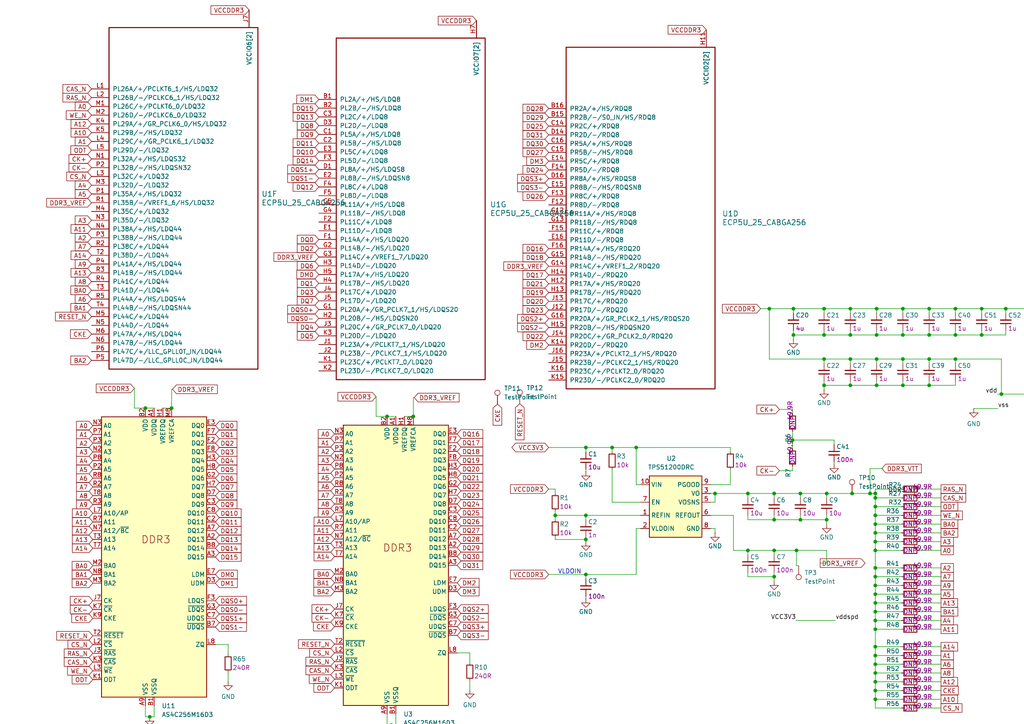
<source format=kicad_sch>
(kicad_sch (version 20230121) (generator eeschema)
  (paper "A4")
  (lib_symbols
    (symbol "C_100n_6V3_0402_1" (pin_numbers hide) (pin_names hide)
      (property "Reference" "C" (at 20.32 -5.08 0))
      (property "Val" "100n" (at 20.32 -7.62 0))
      (symbol "C_100n_6V3_0402_1_1_1"
        (pin passive line (at 0 0 0) (length 2.032) (name "~") (number "1"))
        (pin passive line (at 5.08 0 180) (length 2.032) (name "~") (number "2"))
      )
    )
    (symbol "C_100n_6V3_0402_4" (pin_numbers hide) (pin_names hide)
      (property "Reference" "C" (at 20.32 -5.08 0))
      (property "Val" "100n" (at 20.32 -7.62 0))
      (symbol "C_100n_6V3_0402_4_1_1"
        (pin passive line (at 0 0 0) (length 2.032) (name "~") (number "1"))
        (pin passive line (at 5.08 0 180) (length 2.032) (name "~") (number "2"))
      )
    )
    (symbol "C_100n_6V3_0402_5" (pin_numbers hide) (pin_names hide)
      (property "Reference" "C" (at 20.32 -5.08 0))
      (property "Val" "100n" (at 20.32 -7.62 0))
      (symbol "C_100n_6V3_0402_5_1_1"
        (pin passive line (at 0 0 0) (length 2.032) (name "~") (number "1"))
        (pin passive line (at 5.08 0 180) (length 2.032) (name "~") (number "2"))
      )
    )
    (symbol "C_10u_0402_2" (pin_numbers hide) (pin_names hide)
      (property "Reference" "C" (at 20.32 -5.08 0))
      (property "Val" "10u" (at 20.32 -7.62 0))
      (symbol "C_10u_0402_2_1_1"
        (pin passive line (at 0 0 0) (length 2.032) (name "~") (number "1"))
        (pin passive line (at 5.08 0 180) (length 2.032) (name "~") (number "2"))
      )
    )
    (symbol "C_10u_0402_3" (pin_numbers hide) (pin_names hide)
      (property "Reference" "C" (at 20.32 -5.08 0))
      (property "Val" "10u" (at 20.32 -7.62 0))
      (symbol "C_10u_0402_3_1_1"
        (pin passive line (at 0 0 0) (length 2.032) (name "~") (number "1"))
        (pin passive line (at 5.08 0 180) (length 2.032) (name "~") (number "2"))
      )
    )
    (symbol "C_10u_0402_4" (pin_numbers hide) (pin_names hide)
      (property "Reference" "C" (at 20.32 -5.08 0))
      (property "Val" "10u" (at 20.32 -7.62 0))
      (symbol "C_10u_0402_4_1_1"
        (pin passive line (at 0 0 0) (length 2.032) (name "~") (number "1"))
        (pin passive line (at 5.08 0 180) (length 2.032) (name "~") (number "2"))
      )
    )
    (symbol "C_470n_0402_1" (pin_numbers hide) (pin_names hide)
      (property "Reference" "C" (at 20.32 -5.08 0))
      (property "Val" "470n" (at 20.32 -7.62 0))
      (symbol "C_470n_0402_1_1_1"
        (pin passive line (at 0 0 0) (length 2.032) (name "~") (number "1"))
        (pin passive line (at 5.08 0 180) (length 2.032) (name "~") (number "2"))
      )
    )
    (symbol "C_470n_0402_10" (pin_numbers hide) (pin_names hide)
      (property "Reference" "C" (at 20.32 -5.08 0))
      (property "Val" "470n" (at 20.32 -7.62 0))
      (symbol "C_470n_0402_10_1_1"
        (pin passive line (at 0 0 0) (length 2.032) (name "~") (number "1"))
        (pin passive line (at 5.08 0 180) (length 2.032) (name "~") (number "2"))
      )
    )
    (symbol "C_470n_0402_11" (pin_numbers hide) (pin_names hide)
      (property "Reference" "C" (at 20.32 -5.08 0))
      (property "Val" "470n" (at 20.32 -7.62 0))
      (symbol "C_470n_0402_11_1_1"
        (pin passive line (at 0 0 0) (length 2.032) (name "~") (number "1"))
        (pin passive line (at 5.08 0 180) (length 2.032) (name "~") (number "2"))
      )
    )
    (symbol "C_470n_0402_12" (pin_numbers hide) (pin_names hide)
      (property "Reference" "C" (at 20.32 -5.08 0))
      (property "Val" "470n" (at 20.32 -7.62 0))
      (symbol "C_470n_0402_12_1_1"
        (pin passive line (at 0 0 0) (length 2.032) (name "~") (number "1"))
        (pin passive line (at 5.08 0 180) (length 2.032) (name "~") (number "2"))
      )
    )
    (symbol "C_470n_0402_13" (pin_numbers hide) (pin_names hide)
      (property "Reference" "C" (at 20.32 -5.08 0))
      (property "Val" "470n" (at 20.32 -7.62 0))
      (symbol "C_470n_0402_13_1_1"
        (pin passive line (at 0 0 0) (length 2.032) (name "~") (number "1"))
        (pin passive line (at 5.08 0 180) (length 2.032) (name "~") (number "2"))
      )
    )
    (symbol "C_470n_0402_2" (pin_numbers hide) (pin_names hide)
      (property "Reference" "C" (at 20.32 -5.08 0))
      (property "Val" "470n" (at 20.32 -7.62 0))
      (symbol "C_470n_0402_2_1_1"
        (pin passive line (at 0 0 0) (length 2.032) (name "~") (number "1"))
        (pin passive line (at 5.08 0 180) (length 2.032) (name "~") (number "2"))
      )
    )
    (symbol "C_470n_0402_3" (pin_numbers hide) (pin_names hide)
      (property "Reference" "C" (at 20.32 -5.08 0))
      (property "Val" "470n" (at 20.32 -7.62 0))
      (symbol "C_470n_0402_3_1_1"
        (pin passive line (at 0 0 0) (length 2.032) (name "~") (number "1"))
        (pin passive line (at 5.08 0 180) (length 2.032) (name "~") (number "2"))
      )
    )
    (symbol "C_470n_0402_4" (pin_numbers hide) (pin_names hide)
      (property "Reference" "C" (at 20.32 -5.08 0))
      (property "Val" "470n" (at 20.32 -7.62 0))
      (symbol "C_470n_0402_4_1_1"
        (pin passive line (at 0 0 0) (length 2.032) (name "~") (number "1"))
        (pin passive line (at 5.08 0 180) (length 2.032) (name "~") (number "2"))
      )
    )
    (symbol "C_470n_0402_5" (pin_numbers hide) (pin_names hide)
      (property "Reference" "C" (at 20.32 -5.08 0))
      (property "Val" "470n" (at 20.32 -7.62 0))
      (symbol "C_470n_0402_5_1_1"
        (pin passive line (at 0 0 0) (length 2.032) (name "~") (number "1"))
        (pin passive line (at 5.08 0 180) (length 2.032) (name "~") (number "2"))
      )
    )
    (symbol "C_470n_0402_6" (pin_numbers hide) (pin_names hide)
      (property "Reference" "C" (at 20.32 -5.08 0))
      (property "Val" "470n" (at 20.32 -7.62 0))
      (symbol "C_470n_0402_6_1_1"
        (pin passive line (at 0 0 0) (length 2.032) (name "~") (number "1"))
        (pin passive line (at 5.08 0 180) (length 2.032) (name "~") (number "2"))
      )
    )
    (symbol "C_470n_0402_7" (pin_numbers hide) (pin_names hide)
      (property "Reference" "C" (at 20.32 -5.08 0))
      (property "Val" "470n" (at 20.32 -7.62 0))
      (symbol "C_470n_0402_7_1_1"
        (pin passive line (at 0 0 0) (length 2.032) (name "~") (number "1"))
        (pin passive line (at 5.08 0 180) (length 2.032) (name "~") (number "2"))
      )
    )
    (symbol "C_470n_0402_8" (pin_numbers hide) (pin_names hide)
      (property "Reference" "C" (at 20.32 -5.08 0))
      (property "Val" "470n" (at 20.32 -7.62 0))
      (symbol "C_470n_0402_8_1_1"
        (pin passive line (at 0 0 0) (length 2.032) (name "~") (number "1"))
        (pin passive line (at 5.08 0 180) (length 2.032) (name "~") (number "2"))
      )
    )
    (symbol "C_470n_0402_9" (pin_numbers hide) (pin_names hide)
      (property "Reference" "C" (at 20.32 -5.08 0))
      (property "Val" "470n" (at 20.32 -7.62 0))
      (symbol "C_470n_0402_9_1_1"
        (pin passive line (at 0 0 0) (length 2.032) (name "~") (number "1"))
        (pin passive line (at 5.08 0 180) (length 2.032) (name "~") (number "2"))
      )
    )
    (symbol "Connector:TestPoint" (pin_numbers hide) (pin_names (offset 0.762) hide)
      (property "Reference" "TP" (at 0 6.858 0))
      (property "Value" "TestPoint" (at 0 5.08 0))
      (symbol "TestPoint_1_1"
        (pin passive line (at 0 0 90) (length 2.54) (name "1") (number "1"))
      )
    )
    (symbol "Memory_RAM:AS4C256M16D3"
      (property "Reference" "U" (at -13.97 41.91 0))
      (property "Value" "AS4C256M16D3" (at 13.97 41.91 0))
      (symbol "AS4C256M16D3_0_1"
        (pin power_in line (at 0 43.18 270) (length 2.54) (name "VDDQ") (number "A1"))
        (pin passive line (at 0 43.18 270) (length 2.54) hide (name "VDDQ") (number "A8"))
        (pin power_in line (at -2.54 -43.18 90) (length 2.54) (name "VSS") (number "A9"))
        (pin power_in line (at 0 -43.18 90) (length 2.54) (name "VSSQ") (number "B1"))
        (pin power_in line (at -2.54 43.18 270) (length 2.54) (name "VDD") (number "B2"))
        (pin passive line (at -2.54 -43.18 90) (length 2.54) hide (name "VSS") (number "B3"))
        (pin passive line (at 0 -43.18 90) (length 2.54) hide (name "VSSQ") (number "B9"))
        (pin passive line (at 0 43.18 270) (length 2.54) hide (name "VDDQ") (number "C1"))
        (pin passive line (at 0 43.18 270) (length 2.54) hide (name "VDDQ") (number "C9"))
        (pin passive line (at 0 -43.18 90) (length 2.54) hide (name "VSSQ") (number "D1"))
        (pin passive line (at 0 43.18 270) (length 2.54) hide (name "VDDQ") (number "D2"))
        (pin passive line (at 0 -43.18 90) (length 2.54) hide (name "VSSQ") (number "D8"))
        (pin passive line (at -2.54 43.18 270) (length 2.54) hide (name "VDD") (number "D9"))
        (pin passive line (at -2.54 -43.18 90) (length 2.54) hide (name "VSS") (number "E1"))
        (pin passive line (at 0 -43.18 90) (length 2.54) hide (name "VSSQ") (number "E2"))
        (pin bidirectional line (at 17.78 38.1 180) (length 2.54) (name "DQ0") (number "E3"))
        (pin passive line (at 0 -43.18 90) (length 2.54) hide (name "VSSQ") (number "E8"))
        (pin passive line (at 0 43.18 270) (length 2.54) hide (name "VDDQ") (number "E9"))
        (pin passive line (at 0 43.18 270) (length 2.54) hide (name "VDDQ") (number "F1"))
        (pin bidirectional line (at 17.78 33.02 180) (length 2.54) (name "DQ2") (number "F2"))
        (pin bidirectional line (at 17.78 35.56 180) (length 2.54) (name "DQ1") (number "F7"))
        (pin bidirectional line (at 17.78 30.48 180) (length 2.54) (name "DQ3") (number "F8"))
        (pin passive line (at 0 -43.18 90) (length 2.54) hide (name "VSSQ") (number "F9"))
        (pin passive line (at 0 -43.18 90) (length 2.54) hide (name "VSSQ") (number "G1"))
        (pin bidirectional line (at 17.78 22.86 180) (length 2.54) (name "DQ6") (number "G2"))
        (pin passive line (at -2.54 43.18 270) (length 2.54) hide (name "VDD") (number "G7"))
        (pin passive line (at -2.54 -43.18 90) (length 2.54) hide (name "VSS") (number "G8"))
        (pin passive line (at 0 -43.18 90) (length 2.54) hide (name "VSSQ") (number "G9"))
        (pin power_in line (at 2.54 43.18 270) (length 2.54) (name "VREFDQ") (number "H1"))
        (pin passive line (at 0 43.18 270) (length 2.54) hide (name "VDDQ") (number "H2"))
        (pin bidirectional line (at 17.78 27.94 180) (length 2.54) (name "DQ4") (number "H3"))
        (pin bidirectional line (at 17.78 20.32 180) (length 2.54) (name "DQ7") (number "H7"))
        (pin bidirectional line (at 17.78 25.4 180) (length 2.54) (name "DQ5") (number "H8"))
        (pin passive line (at 0 43.18 270) (length 2.54) hide (name "VDDQ") (number "H9"))
        (pin passive line (at -2.54 -43.18 90) (length 2.54) hide (name "VSS") (number "J2"))
        (pin passive line (at -2.54 -43.18 90) (length 2.54) hide (name "VSS") (number "J8"))
        (pin passive line (at -2.54 43.18 270) (length 2.54) hide (name "VDD") (number "K2"))
        (pin passive line (at -2.54 43.18 270) (length 2.54) hide (name "VDD") (number "K8"))
        (pin input line (at -17.78 -25.4 0) (length 2.54) (name "~{CS}") (number "L2"))
        (pin input line (at -17.78 12.7 0) (length 2.54) (name "A10/AP") (number "L7"))
        (pin passive line (at -2.54 -43.18 90) (length 2.54) hide (name "VSS") (number "M1"))
        (pin passive line (at -2.54 -43.18 90) (length 2.54) hide (name "VSS") (number "M9"))
        (pin passive line (at -2.54 43.18 270) (length 2.54) hide (name "VDD") (number "N1"))
        (pin input line (at -17.78 30.48 0) (length 2.54) (name "A3") (number "N2"))
        (pin input line (at -17.78 38.1 0) (length 2.54) (name "A0") (number "N3"))
        (pin input line (at -17.78 7.62 0) (length 2.54) (name "A12/~{BC}") (number "N7"))
        (pin passive line (at -2.54 43.18 270) (length 2.54) hide (name "VDD") (number "N9"))
        (pin passive line (at -2.54 -43.18 90) (length 2.54) hide (name "VSS") (number "P1"))
        (pin input line (at -17.78 25.4 0) (length 2.54) (name "A5") (number "P2"))
        (pin input line (at -17.78 33.02 0) (length 2.54) (name "A2") (number "P3"))
        (pin input line (at -17.78 35.56 0) (length 2.54) (name "A1") (number "P7"))
        (pin input line (at -17.78 27.94 0) (length 2.54) (name "A4") (number "P8"))
        (pin passive line (at -2.54 -43.18 90) (length 2.54) hide (name "VSS") (number "P9"))
        (pin passive line (at -2.54 43.18 270) (length 2.54) hide (name "VDD") (number "R1"))
        (pin input line (at -17.78 20.32 0) (length 2.54) (name "A7") (number "R2"))
        (pin input line (at -17.78 15.24 0) (length 2.54) (name "A9") (number "R3"))
        (pin input line (at -17.78 10.16 0) (length 2.54) (name "A11") (number "R7"))
        (pin input line (at -17.78 22.86 0) (length 2.54) (name "A6") (number "R8"))
        (pin passive line (at -2.54 43.18 270) (length 2.54) hide (name "VDD") (number "R9"))
        (pin passive line (at -2.54 -43.18 90) (length 2.54) hide (name "VSS") (number "T1"))
        (pin input line (at -17.78 -22.86 0) (length 2.54) (name "~{RESET}") (number "T2"))
        (pin input line (at -17.78 5.08 0) (length 2.54) (name "A13") (number "T3"))
        (pin input line (at -17.78 2.54 0) (length 2.54) (name "A14") (number "T7"))
        (pin input line (at -17.78 17.78 0) (length 2.54) (name "A8") (number "T8"))
        (pin passive line (at -2.54 -43.18 90) (length 2.54) hide (name "VSS") (number "T9"))
      )
      (symbol "AS4C256M16D3_1_1"
        (text "DDR3" (at -3.81 3.81 0) (effects (font (size 2.1336 2.1336)) (justify left bottom)))
        (pin bidirectional line (at 17.78 5.08 180) (length 2.54) (name "DQ13") (number "A2"))
        (pin bidirectional line (at 17.78 0 180) (length 2.54) (name "DQ15") (number "A3"))
        (pin bidirectional line (at 17.78 7.62 180) (length 2.54) (name "DQ12") (number "A7"))
        (pin bidirectional line (at 17.78 -20.32 180) (length 2.54) (name "~{UDQS}") (number "B7"))
        (pin bidirectional line (at 17.78 2.54 180) (length 2.54) (name "DQ14") (number "B8"))
        (pin bidirectional line (at 17.78 10.16 180) (length 2.54) (name "DQ11") (number "C2"))
        (pin bidirectional line (at 17.78 15.24 180) (length 2.54) (name "DQ9") (number "C3"))
        (pin bidirectional line (at 17.78 -17.78 180) (length 2.54) (name "UDQS") (number "C7"))
        (pin bidirectional line (at 17.78 12.7 180) (length 2.54) (name "DQ10") (number "C8"))
        (pin input line (at 17.78 -7.62 180) (length 2.54) (name "UDM") (number "D3"))
        (pin bidirectional line (at 17.78 17.78 180) (length 2.54) (name "DQ8") (number "D7"))
        (pin input line (at 17.78 -5.08 180) (length 2.54) (name "LDM") (number "E7"))
        (pin bidirectional line (at 17.78 -12.7 180) (length 2.54) (name "LDQS") (number "F3"))
        (pin bidirectional line (at 17.78 -15.24 180) (length 2.54) (name "~{LDQS}") (number "G3"))
        (pin no_connect line (at 15.24 -27.94 180) (length 2.54) hide (name "NC") (number "J1"))
        (pin input line (at -17.78 -27.94 0) (length 2.54) (name "~{RAS}") (number "J3"))
        (pin input line (at -17.78 -12.7 0) (length 2.54) (name "CK") (number "J7"))
        (pin no_connect line (at 15.24 -30.48 180) (length 2.54) hide (name "NC") (number "J9"))
        (pin input line (at -17.78 -35.56 0) (length 2.54) (name "ODT") (number "K1"))
        (pin input line (at -17.78 -30.48 0) (length 2.54) (name "~{CAS}") (number "K3"))
        (pin input line (at -17.78 -15.24 0) (length 2.54) (name "~{CK}") (number "K7"))
        (pin input line (at -17.78 -17.78 0) (length 2.54) (name "CKE") (number "K9"))
        (pin no_connect line (at 15.24 -33.02 180) (length 2.54) hide (name "NC") (number "L1"))
        (pin input line (at -17.78 -33.02 0) (length 2.54) (name "~{WE}") (number "L3"))
        (pin input line (at 17.78 -25.4 180) (length 2.54) (name "ZQ") (number "L8"))
        (pin no_connect line (at 15.24 -35.56 180) (length 2.54) hide (name "NC") (number "L9"))
        (pin input line (at -17.78 -2.54 0) (length 2.54) (name "BA0") (number "M2"))
        (pin input line (at -17.78 -7.62 0) (length 2.54) (name "BA2") (number "M3"))
        (pin no_connect line (at 15.24 -38.1 180) (length 2.54) hide (name "NC") (number "M7"))
        (pin power_in line (at 5.08 43.18 270) (length 2.54) (name "VREFCA") (number "M8"))
        (pin input line (at -17.78 -5.08 0) (length 2.54) (name "BA1") (number "N8"))
      )
    )
    (symbol "R_10k_0402_1" (pin_numbers hide) (pin_names hide)
      (property "Reference" "R" (at 20.32 -5.08 0))
      (property "Val" "10k" (at 20.32 -7.62 0))
      (symbol "R_10k_0402_1_1_1"
        (pin passive line (at 0 0 0) (length 0.635) (name "~") (number "1"))
        (pin passive line (at 5.08 0 180) (length 0.635) (name "~") (number "2"))
      )
    )
    (symbol "R_10k_0402_2" (pin_numbers hide) (pin_names hide)
      (property "Reference" "R" (at 20.32 -5.08 0))
      (property "Val" "10k" (at 20.32 -7.62 0))
      (symbol "R_10k_0402_2_1_1"
        (pin passive line (at 0 0 0) (length 0.635) (name "~") (number "1"))
        (pin passive line (at 5.08 0 180) (length 0.635) (name "~") (number "2"))
      )
    )
    (symbol "R_10k_0402_3" (pin_numbers hide) (pin_names hide)
      (property "Reference" "R" (at 20.32 -5.08 0))
      (property "Val" "10k" (at 20.32 -7.62 0))
      (symbol "R_10k_0402_3_1_1"
        (pin passive line (at 0 0 0) (length 0.635) (name "~") (number "1"))
        (pin passive line (at 5.08 0 180) (length 0.635) (name "~") (number "2"))
      )
    )
    (symbol "R_51R_0402_10" (pin_numbers hide) (pin_names hide)
      (property "Reference" "R" (at 20.32 -5.08 0))
      (property "Val" "51R" (at 20.32 -7.62 0))
      (symbol "R_51R_0402_10_1_1"
        (pin passive line (at 0 0 0) (length 0.635) (name "~") (number "1"))
        (pin passive line (at 5.08 0 180) (length 0.635) (name "~") (number "2"))
      )
    )
    (symbol "R_51R_0402_11" (pin_numbers hide) (pin_names hide)
      (property "Reference" "R" (at 20.32 -5.08 0))
      (property "Val" "51R" (at 20.32 -7.62 0))
      (symbol "R_51R_0402_11_1_1"
        (pin passive line (at 0 0 0) (length 0.635) (name "~") (number "1"))
        (pin passive line (at 5.08 0 180) (length 0.635) (name "~") (number "2"))
      )
    )
    (symbol "R_51R_0402_12" (pin_numbers hide) (pin_names hide)
      (property "Reference" "R" (at 20.32 -5.08 0))
      (property "Val" "51R" (at 20.32 -7.62 0))
      (symbol "R_51R_0402_12_1_1"
        (pin passive line (at 0 0 0) (length 0.635) (name "~") (number "1"))
        (pin passive line (at 5.08 0 180) (length 0.635) (name "~") (number "2"))
      )
    )
    (symbol "R_51R_0402_13" (pin_numbers hide) (pin_names hide)
      (property "Reference" "R" (at 20.32 -5.08 0))
      (property "Val" "51R" (at 20.32 -7.62 0))
      (symbol "R_51R_0402_13_1_1"
        (pin passive line (at 0 0 0) (length 0.635) (name "~") (number "1"))
        (pin passive line (at 5.08 0 180) (length 0.635) (name "~") (number "2"))
      )
    )
    (symbol "R_51R_0402_14" (pin_numbers hide) (pin_names hide)
      (property "Reference" "R" (at 20.32 -5.08 0))
      (property "Val" "51R" (at 20.32 -7.62 0))
      (symbol "R_51R_0402_14_1_1"
        (pin passive line (at 0 0 0) (length 0.635) (name "~") (number "1"))
        (pin passive line (at 5.08 0 180) (length 0.635) (name "~") (number "2"))
      )
    )
    (symbol "R_51R_0402_15" (pin_numbers hide) (pin_names hide)
      (property "Reference" "R" (at 20.32 -5.08 0))
      (property "Val" "51R" (at 20.32 -7.62 0))
      (symbol "R_51R_0402_15_1_1"
        (pin passive line (at 0 0 0) (length 0.635) (name "~") (number "1"))
        (pin passive line (at 5.08 0 180) (length 0.635) (name "~") (number "2"))
      )
    )
    (symbol "R_51R_0402_16" (pin_numbers hide) (pin_names hide)
      (property "Reference" "R" (at 20.32 -5.08 0))
      (property "Val" "51R" (at 20.32 -7.62 0))
      (symbol "R_51R_0402_16_1_1"
        (pin passive line (at 0 0 0) (length 0.635) (name "~") (number "1"))
        (pin passive line (at 5.08 0 180) (length 0.635) (name "~") (number "2"))
      )
    )
    (symbol "R_51R_0402_17" (pin_numbers hide) (pin_names hide)
      (property "Reference" "R" (at 20.32 -5.08 0))
      (property "Val" "51R" (at 20.32 -7.62 0))
      (symbol "R_51R_0402_17_1_1"
        (pin passive line (at 0 0 0) (length 0.635) (name "~") (number "1"))
        (pin passive line (at 5.08 0 180) (length 0.635) (name "~") (number "2"))
      )
    )
    (symbol "R_51R_0402_18" (pin_numbers hide) (pin_names hide)
      (property "Reference" "R" (at 20.32 -5.08 0))
      (property "Val" "51R" (at 20.32 -7.62 0))
      (symbol "R_51R_0402_18_1_1"
        (pin passive line (at 0 0 0) (length 0.635) (name "~") (number "1"))
        (pin passive line (at 5.08 0 180) (length 0.635) (name "~") (number "2"))
      )
    )
    (symbol "R_51R_0402_19" (pin_numbers hide) (pin_names hide)
      (property "Reference" "R" (at 20.32 -5.08 0))
      (property "Val" "51R" (at 20.32 -7.62 0))
      (symbol "R_51R_0402_19_1_1"
        (pin passive line (at 0 0 0) (length 0.635) (name "~") (number "1"))
        (pin passive line (at 5.08 0 180) (length 0.635) (name "~") (number "2"))
      )
    )
    (symbol "R_51R_0402_20" (pin_numbers hide) (pin_names hide)
      (property "Reference" "R" (at 20.32 -5.08 0))
      (property "Val" "51R" (at 20.32 -7.62 0))
      (symbol "R_51R_0402_20_1_1"
        (pin passive line (at 0 0 0) (length 0.635) (name "~") (number "1"))
        (pin passive line (at 5.08 0 180) (length 0.635) (name "~") (number "2"))
      )
    )
    (symbol "R_51R_0402_21" (pin_numbers hide) (pin_names hide)
      (property "Reference" "R" (at 20.32 -5.08 0))
      (property "Val" "51R" (at 20.32 -7.62 0))
      (symbol "R_51R_0402_21_1_1"
        (pin passive line (at 0 0 0) (length 0.635) (name "~") (number "1"))
        (pin passive line (at 5.08 0 180) (length 0.635) (name "~") (number "2"))
      )
    )
    (symbol "R_51R_0402_22" (pin_numbers hide) (pin_names hide)
      (property "Reference" "R" (at 20.32 -5.08 0))
      (property "Val" "51R" (at 20.32 -7.62 0))
      (symbol "R_51R_0402_22_1_1"
        (pin passive line (at 0 0 0) (length 0.635) (name "~") (number "1"))
        (pin passive line (at 5.08 0 180) (length 0.635) (name "~") (number "2"))
      )
    )
    (symbol "R_51R_0402_23" (pin_numbers hide) (pin_names hide)
      (property "Reference" "R" (at 20.32 -5.08 0))
      (property "Val" "51R" (at 20.32 -7.62 0))
      (symbol "R_51R_0402_23_1_1"
        (pin passive line (at 0 0 0) (length 0.635) (name "~") (number "1"))
        (pin passive line (at 5.08 0 180) (length 0.635) (name "~") (number "2"))
      )
    )
    (symbol "R_51R_0402_24" (pin_numbers hide) (pin_names hide)
      (property "Reference" "R" (at 20.32 -5.08 0))
      (property "Val" "51R" (at 20.32 -7.62 0))
      (symbol "R_51R_0402_24_1_1"
        (pin passive line (at 0 0 0) (length 0.635) (name "~") (number "1"))
        (pin passive line (at 5.08 0 180) (length 0.635) (name "~") (number "2"))
      )
    )
    (symbol "R_51R_0402_25" (pin_numbers hide) (pin_names hide)
      (property "Reference" "R" (at 20.32 -5.08 0))
      (property "Val" "51R" (at 20.32 -7.62 0))
      (symbol "R_51R_0402_25_1_1"
        (pin passive line (at 0 0 0) (length 0.635) (name "~") (number "1"))
        (pin passive line (at 5.08 0 180) (length 0.635) (name "~") (number "2"))
      )
    )
    (symbol "R_51R_0402_3" (pin_numbers hide) (pin_names hide)
      (property "Reference" "R" (at 20.32 -5.08 0))
      (property "Val" "51R" (at 20.32 -7.62 0))
      (symbol "R_51R_0402_3_1_1"
        (pin passive line (at 0 0 0) (length 0.635) (name "~") (number "1"))
        (pin passive line (at 5.08 0 180) (length 0.635) (name "~") (number "2"))
      )
    )
    (symbol "R_51R_0402_4" (pin_numbers hide) (pin_names hide)
      (property "Reference" "R" (at 20.32 -5.08 0))
      (property "Val" "51R" (at 20.32 -7.62 0))
      (symbol "R_51R_0402_4_1_1"
        (pin passive line (at 0 0 0) (length 0.635) (name "~") (number "1"))
        (pin passive line (at 5.08 0 180) (length 0.635) (name "~") (number "2"))
      )
    )
    (symbol "R_51R_0402_5" (pin_numbers hide) (pin_names hide)
      (property "Reference" "R" (at 20.32 -5.08 0))
      (property "Val" "51R" (at 20.32 -7.62 0))
      (symbol "R_51R_0402_5_1_1"
        (pin passive line (at 0 0 0) (length 0.635) (name "~") (number "1"))
        (pin passive line (at 5.08 0 180) (length 0.635) (name "~") (number "2"))
      )
    )
    (symbol "R_51R_0402_6" (pin_numbers hide) (pin_names hide)
      (property "Reference" "R" (at 20.32 -5.08 0))
      (property "Val" "51R" (at 20.32 -7.62 0))
      (symbol "R_51R_0402_6_1_1"
        (pin passive line (at 0 0 0) (length 0.635) (name "~") (number "1"))
        (pin passive line (at 5.08 0 180) (length 0.635) (name "~") (number "2"))
      )
    )
    (symbol "R_51R_0402_7" (pin_numbers hide) (pin_names hide)
      (property "Reference" "R" (at 20.32 -5.08 0))
      (property "Val" "51R" (at 20.32 -7.62 0))
      (symbol "R_51R_0402_7_1_1"
        (pin passive line (at 0 0 0) (length 0.635) (name "~") (number "1"))
        (pin passive line (at 5.08 0 180) (length 0.635) (name "~") (number "2"))
      )
    )
    (symbol "R_51R_0402_8" (pin_numbers hide) (pin_names hide)
      (property "Reference" "R" (at 20.32 -5.08 0))
      (property "Val" "51R" (at 20.32 -7.62 0))
      (symbol "R_51R_0402_8_1_1"
        (pin passive line (at 0 0 0) (length 0.635) (name "~") (number "1"))
        (pin passive line (at 5.08 0 180) (length 0.635) (name "~") (number "2"))
      )
    )
    (symbol "R_51R_0402_9" (pin_numbers hide) (pin_names hide)
      (property "Reference" "R" (at 20.32 -5.08 0))
      (property "Val" "51R" (at 20.32 -7.62 0))
      (symbol "R_51R_0402_9_1_1"
        (pin passive line (at 0 0 0) (length 0.635) (name "~") (number "1"))
        (pin passive line (at 5.08 0 180) (length 0.635) (name "~") (number "2"))
      )
    )
    (symbol "antmicroCapacitors0402:C_10u_0402" (pin_numbers hide) (pin_names hide)
      (property "Reference" "C" (at 20.32 -5.08 0))
      (property "Val" "10u" (at 20.32 -7.62 0))
      (symbol "C_10u_0402_1_1"
        (pin passive line (at 0 0 0) (length 2.032) (name "~") (number "1"))
        (pin passive line (at 5.08 0 180) (length 2.032) (name "~") (number "2"))
      )
    )
    (symbol "antmicroCapacitors0402:C_1n_0402" (pin_numbers hide) (pin_names hide)
      (property "Reference" "C" (at 20.32 -5.08 0))
      (property "Val" "1n" (at 20.32 -7.62 0))
      (symbol "C_1n_0402_1_1"
        (pin passive line (at 0 0 0) (length 2.032) (name "~") (number "1"))
        (pin passive line (at 5.08 0 180) (length 2.032) (name "~") (number "2"))
      )
    )
    (symbol "antmicroCapacitors0402:C_470n_0402" (pin_numbers hide) (pin_names hide)
      (property "Reference" "C" (at 20.32 -5.08 0))
      (property "Val" "470n" (at 20.32 -7.62 0))
      (symbol "C_470n_0402_1_1"
        (pin passive line (at 0 0 0) (length 2.032) (name "~") (number "1"))
        (pin passive line (at 5.08 0 180) (length 2.032) (name "~") (number "2"))
      )
    )
    (symbol "antmicroCapacitors0402:C_4u7_0402" (pin_numbers hide) (pin_names hide)
      (property "Reference" "C" (at 20.32 -5.08 0))
      (property "Val" "4u7" (at 20.32 -7.62 0))
      (symbol "C_4u7_0402_1_1"
        (pin passive line (at 0 0 0) (length 2.032) (name "~") (number "1"))
        (pin passive line (at 5.08 0 180) (length 2.032) (name "~") (number "2"))
      )
    )
    (symbol "antmicroCapacitorsmisc:C_100n_6V3_0402" (pin_numbers hide) (pin_names hide)
      (property "Reference" "C" (at 20.32 -5.08 0))
      (property "Val" "100n" (at 20.32 -7.62 0))
      (symbol "C_100n_6V3_0402_1_1"
        (pin passive line (at 0 0 0) (length 2.032) (name "~") (number "1"))
        (pin passive line (at 5.08 0 180) (length 2.032) (name "~") (number "2"))
      )
    )
    (symbol "antmicroPMICVoltageRegulatorsDCDCSwitchingControllers:TPS51200DRC"
      (property "Reference" "U" (at 33.02 -2.54 0))
      (property "Value" "TPS51200DRC" (at 33.02 -5.08 0))
      (symbol "TPS51200DRC_0_1"
        (pin input line (at 0 -8.89 0) (length 2.54) (name "REFIN") (number "1"))
        (pin power_in line (at 0 0 0) (length 2.54) (name "VIN") (number "10"))
        (pin passive line (at 20.32 -12.7 180) (length 2.54) hide (name "GND") (number "11"))
        (pin power_in line (at 0 -12.7 0) (length 2.54) (name "VLDOIN") (number "2"))
        (pin power_out line (at 20.32 -2.54 180) (length 2.54) (name "VO") (number "3"))
        (pin passive line (at 20.32 -12.7 180) (length 2.54) hide (name "GND") (number "4"))
        (pin input line (at 20.32 -5.08 180) (length 2.54) (name "VOSNS") (number "5"))
        (pin power_out line (at 20.32 -8.89 180) (length 2.54) (name "REFOUT") (number "6"))
        (pin input line (at 0 -5.08 0) (length 2.54) (name "EN") (number "7"))
        (pin power_in line (at 20.32 -12.7 180) (length 2.54) (name "GND") (number "8"))
        (pin open_collector line (at 20.32 0 180) (length 2.54) (name "PGOOD") (number "9"))
      )
    )
    (symbol "antmicroResistors0402:R_10k_0402" (pin_numbers hide) (pin_names hide)
      (property "Reference" "R" (at 20.32 -5.08 0))
      (property "Val" "10k" (at 20.32 -7.62 0))
      (symbol "R_10k_0402_1_1"
        (pin passive line (at 0 0 0) (length 0.635) (name "~") (number "1"))
        (pin passive line (at 5.08 0 180) (length 0.635) (name "~") (number "2"))
      )
    )
    (symbol "antmicroResistors0402:R_51R_0402" (pin_numbers hide) (pin_names hide)
      (property "Reference" "R" (at 20.32 -5.08 0))
      (property "Val" "51R" (at 20.32 -7.62 0))
      (symbol "R_51R_0402_1_1"
        (pin passive line (at 0 0 0) (length 0.635) (name "~") (number "1"))
        (pin passive line (at 5.08 0 180) (length 0.635) (name "~") (number "2"))
      )
    )
    (symbol "antmicropower:GND" (power) (pin_numbers hide) (pin_names hide)
      (property "Value" "GND" (at 8.89 -5.08 0))
      (symbol "GND_1_1"
        (pin power_in line (at 0 0 270) (length 0) (name "GND") (number "1"))
      )
    )
    (symbol "nf_ecp5:ECP5U_25_CABGA256" (pin_names (offset 1.016))
      (property "Reference" "U" (at 3.81 6.35 0))
      (property "Value" "ECP5U_25_CABGA256" (at 3.81 3.81 0))
      (symbol "ECP5U_25_CABGA256_1_1"
        (pin power_in line (at 7.62 -15.24 90) (length 5.08) (name "GND[27]") (number "A1"))
        (pin power_in line (at 7.62 -15.24 90) (length 5.08) (name "GND[27]") (number "A16"))
        (pin power_in line (at 7.62 -15.24 90) (length 5.08) (name "GND[27]") (number "D15"))
        (pin power_in line (at 7.62 -15.24 90) (length 5.08) (name "GND[27]") (number "D2"))
        (pin power_in line (at 7.62 -15.24 90) (length 5.08) (name "GND[27]") (number "F8"))
        (pin power_in line (at 7.62 -15.24 90) (length 5.08) (name "GND[27]") (number "F9"))
        (pin power_in line (at 7.62 -15.24 90) (length 5.08) (name "GND[27]") (number "G10"))
        (pin power_in line (at 7.62 22.86 270) (length 5.08) (name "VCCAUX[2]") (number "G11"))
        (pin power_in line (at 10.16 22.86 270) (length 5.08) (name "VCC[6]") (number "G6"))
        (pin power_in line (at 10.16 22.86 270) (length 5.08) (name "VCC[6]") (number "G7"))
        (pin power_in line (at 7.62 -15.24 90) (length 5.08) (name "GND[27]") (number "G8"))
        (pin power_in line (at 10.16 22.86 270) (length 5.08) (name "VCC[6]") (number "G9"))
        (pin power_in line (at 7.62 -15.24 90) (length 5.08) (name "GND[27]") (number "H1"))
        (pin power_in line (at 7.62 -15.24 90) (length 5.08) (name "GND[27]") (number "H10"))
        (pin power_in line (at 7.62 -15.24 90) (length 5.08) (name "GND[27]") (number "H16"))
        (pin power_in line (at 7.62 -15.24 90) (length 5.08) (name "GND[27]") (number "H8"))
        (pin power_in line (at 7.62 -15.24 90) (length 5.08) (name "GND[27]") (number "H9"))
        (pin power_in line (at 7.62 -15.24 90) (length 5.08) (name "GND[27]") (number "J10"))
        (pin power_in line (at 7.62 -15.24 90) (length 5.08) (name "GND[27]") (number "J8"))
        (pin power_in line (at 7.62 -15.24 90) (length 5.08) (name "GND[27]") (number "J9"))
        (pin power_in line (at 7.62 -15.24 90) (length 5.08) (name "GND[27]") (number "K10"))
        (pin power_in line (at 7.62 -15.24 90) (length 5.08) (name "GND[27]") (number "K6"))
        (pin power_in line (at 7.62 -15.24 90) (length 5.08) (name "GND[27]") (number "K7"))
        (pin power_in line (at 7.62 -15.24 90) (length 5.08) (name "GND[27]") (number "K8"))
        (pin power_in line (at 7.62 -15.24 90) (length 5.08) (name "GND[27]") (number "K9"))
        (pin power_in line (at 10.16 22.86 270) (length 5.08) (name "VCC[6]") (number "L10"))
        (pin power_in line (at 7.62 22.86 270) (length 5.08) (name "VCCAUX[2]") (number "L7"))
        (pin power_in line (at 10.16 22.86 270) (length 5.08) (name "VCC[6]") (number "L8"))
        (pin power_in line (at 10.16 22.86 270) (length 5.08) (name "VCC[6]") (number "L9"))
        (pin power_in line (at 7.62 -15.24 90) (length 5.08) (name "GND[27]") (number "N15"))
        (pin power_in line (at 7.62 -15.24 90) (length 5.08) (name "GND[27]") (number "N2"))
        (pin power_in line (at 7.62 -15.24 90) (length 5.08) (name "GND[27]") (number "T1"))
        (pin power_in line (at 7.62 -15.24 90) (length 5.08) (name "GND[27]") (number "T12"))
        (pin power_in line (at 7.62 -15.24 90) (length 5.08) (name "GND[27]") (number "T16"))
        (pin power_in line (at 7.62 -15.24 90) (length 5.08) (name "GND[27]") (number "T5"))
      )
      (symbol "ECP5U_25_CABGA256_2_1"
        (pin bidirectional line (at 0 0 0) (length 5.08) (name "PT4A/+") (number "A2"))
        (pin bidirectional line (at 0 -5.08 0) (length 5.08) (name "PT6A/+") (number "A3"))
        (pin bidirectional line (at 0 -7.62 0) (length 5.08) (name "PT6B/-") (number "A4"))
        (pin bidirectional line (at 0 -30.48 0) (length 5.08) (name "PT18A/+") (number "A5"))
        (pin bidirectional line (at 0 -33.02 0) (length 5.08) (name "PT18B/-") (number "A6"))
        (pin bidirectional line (at 0 -55.88 0) (length 5.08) (name "PT29A/+/PCLKT0_0") (number "A7"))
        (pin bidirectional line (at 0 -58.42 0) (length 5.08) (name "PT29B/-/PCLKC0_0") (number "A8"))
        (pin bidirectional line (at 0 -2.54 0) (length 5.08) (name "PT4B/-") (number "B3"))
        (pin bidirectional line (at 0 -17.78 0) (length 5.08) (name "PT11B/-") (number "B4"))
        (pin bidirectional line (at 0 -27.94 0) (length 5.08) (name "PT15B/-") (number "B5"))
        (pin bidirectional line (at 0 -43.18 0) (length 5.08) (name "PT22B/-") (number "B6"))
        (pin bidirectional line (at 0 -53.34 0) (length 5.08) (name "PT27B/-/PCLKC0_1") (number "B7"))
        (pin bidirectional line (at 0 -15.24 0) (length 5.08) (name "PT11A/+") (number "C4"))
        (pin bidirectional line (at 0 -25.4 0) (length 5.08) (name "PT15A/+") (number "C5"))
        (pin bidirectional line (at 0 -40.64 0) (length 5.08) (name "PT22A/+") (number "C6"))
        (pin bidirectional line (at 0 -50.8 0) (length 5.08) (name "PT27A/+/PCLKT0_1") (number "C7"))
        (pin bidirectional line (at 0 -12.7 0) (length 5.08) (name "PT9B/-") (number "D4"))
        (pin bidirectional line (at 0 -22.86 0) (length 5.08) (name "PT13B/-") (number "D5"))
        (pin bidirectional line (at 0 -38.1 0) (length 5.08) (name "PT20B/-") (number "D6"))
        (pin bidirectional line (at 0 -48.26 0) (length 5.08) (name "PT24B/-/GR_PCLK0_0") (number "D7"))
        (pin bidirectional line (at 0 -10.16 0) (length 5.08) (name "PT9A/+") (number "E4"))
        (pin bidirectional line (at 0 -20.32 0) (length 5.08) (name "PT13A/+") (number "E5"))
        (pin bidirectional line (at 0 -35.56 0) (length 5.08) (name "PT20A/+") (number "E6"))
        (pin bidirectional line (at 0 -45.72 0) (length 5.08) (name "PT24A/+/GR_PCLK0_1") (number "E7"))
        (pin power_in line (at 33.02 22.86 270) (length 5.08) (name "VCCIO0[2]") (number "F6"))
        (pin power_in line (at 33.02 22.86 270) (length 5.08) (name "VCCIO0[2]") (number "F7"))
      )
      (symbol "ECP5U_25_CABGA256_3_1"
        (pin bidirectional line (at 0 -22.86 0) (length 5.08) (name "PT42B/-") (number "A10"))
        (pin bidirectional line (at 0 -45.72 0) (length 5.08) (name "PT53A/+") (number "A11"))
        (pin bidirectional line (at 0 -48.26 0) (length 5.08) (name "PT53B/-") (number "A12"))
        (pin bidirectional line (at 0 -71.12 0) (length 5.08) (name "PT65A/+") (number "A13"))
        (pin bidirectional line (at 0 -73.66 0) (length 5.08) (name "PT65B/-") (number "A14"))
        (pin bidirectional line (at 0 -78.74 0) (length 5.08) (name "PT67B/-") (number "A15"))
        (pin bidirectional line (at 0 -20.32 0) (length 5.08) (name "PT42A/+") (number "A9"))
        (pin bidirectional line (at 0 -25.4 0) (length 5.08) (name "PT44A/+") (number "B10"))
        (pin bidirectional line (at 0 -35.56 0) (length 5.08) (name "PT49A/+") (number "B11"))
        (pin bidirectional line (at 0 -50.8 0) (length 5.08) (name "PT56A/+") (number "B12"))
        (pin bidirectional line (at 0 -60.96 0) (length 5.08) (name "PT60A/+") (number "B13"))
        (pin bidirectional line (at 0 -76.2 0) (length 5.08) (name "PT67A/+") (number "B14"))
        (pin bidirectional line (at 0 -7.62 0) (length 5.08) (name "PT35B/-/PCLKC1_0") (number "B8"))
        (pin bidirectional line (at 0 -10.16 0) (length 5.08) (name "PT38A/+/GR_PCLK1_0") (number "B9"))
        (pin bidirectional line (at 0 -27.94 0) (length 5.08) (name "PT44B/-") (number "C10"))
        (pin bidirectional line (at 0 -38.1 0) (length 5.08) (name "PT49B/-") (number "C11"))
        (pin bidirectional line (at 0 -53.34 0) (length 5.08) (name "PT56B/-") (number "C12"))
        (pin bidirectional line (at 0 -63.5 0) (length 5.08) (name "PT60B/-") (number "C13"))
        (pin bidirectional line (at 0 -5.08 0) (length 5.08) (name "PT35A/+/PCLKT1_0") (number "C8"))
        (pin bidirectional line (at 0 -12.7 0) (length 5.08) (name "PT38B/-/GR_PCLK1_1") (number "C9"))
        (pin bidirectional line (at 0 -30.48 0) (length 5.08) (name "PT47A/+") (number "D10"))
        (pin bidirectional line (at 0 -40.64 0) (length 5.08) (name "PT51A/+") (number "D11"))
        (pin bidirectional line (at 0 -55.88 0) (length 5.08) (name "PT58A/+") (number "D12"))
        (pin bidirectional line (at 0 -66.04 0) (length 5.08) (name "PT62A/+") (number "D13"))
        (pin bidirectional line (at 0 -2.54 0) (length 5.08) (name "PT33B/-/PCLKC1_1") (number "D8"))
        (pin bidirectional line (at 0 -15.24 0) (length 5.08) (name "PT40A/+") (number "D9"))
        (pin bidirectional line (at 0 -33.02 0) (length 5.08) (name "PT47B/-") (number "E10"))
        (pin bidirectional line (at 0 -43.18 0) (length 5.08) (name "PT51B/-") (number "E11"))
        (pin bidirectional line (at 0 -58.42 0) (length 5.08) (name "PT58B/-") (number "E12"))
        (pin bidirectional line (at 0 -68.58 0) (length 5.08) (name "PT62B/-") (number "E13"))
        (pin bidirectional line (at 0 0 0) (length 5.08) (name "PT33A/+/PCLKT1_1") (number "E8"))
        (pin bidirectional line (at 0 -17.78 0) (length 5.08) (name "PT40B/-") (number "E9"))
        (pin power_in line (at 33.02 22.86 270) (length 5.08) (name "VCCIO1[2]") (number "F10"))
        (pin power_in line (at 33.02 22.86 270) (length 5.08) (name "VCCIO1[2]") (number "F11"))
      )
      (symbol "ECP5U_25_CABGA256_4_1"
        (pin bidirectional line (at 0 -2.54 0) (length 5.08) (name "PR2B/-/S0_IN/HS/RDQ8") (number "B15"))
        (pin bidirectional line (at 0 0 0) (length 5.08) (name "PR2A/+/HS/RDQ8") (number "B16"))
        (pin bidirectional line (at 0 -5.08 0) (length 5.08) (name "PR2C/+/RDQ8") (number "C14"))
        (pin bidirectional line (at 0 -12.7 0) (length 5.08) (name "PR5B/-/HS/RDQ8") (number "C15"))
        (pin bidirectional line (at 0 -10.16 0) (length 5.08) (name "PR5A/+/HS/RDQ8") (number "C16"))
        (pin bidirectional line (at 0 -7.62 0) (length 5.08) (name "PR2D/-/RDQ8") (number "D14"))
        (pin bidirectional line (at 0 -20.32 0) (length 5.08) (name "PR8A/+/HS/RDQS8") (number "D16"))
        (pin bidirectional line (at 0 -15.24 0) (length 5.08) (name "PR5C/+/RDQ8") (number "E14"))
        (pin bidirectional line (at 0 -22.86 0) (length 5.08) (name "PR8B/-/HS/RDQSN8") (number "E15"))
        (pin bidirectional line (at 0 -38.1 0) (length 5.08) (name "PR11D/-/RDQ8") (number "E16"))
        (pin bidirectional line (at 0 -27.94 0) (length 5.08) (name "PR8D/-/RDQ8") (number "F12"))
        (pin bidirectional line (at 0 -25.4 0) (length 5.08) (name "PR8C/+/RDQ8") (number "F13"))
        (pin bidirectional line (at 0 -17.78 0) (length 5.08) (name "PR5D/-/RDQ8") (number "F14"))
        (pin bidirectional line (at 0 -35.56 0) (length 5.08) (name "PR11C/+/RDQ8") (number "F15"))
        (pin bidirectional line (at 0 -40.64 0) (length 5.08) (name "PR14A/+/HS/RDQ20") (number "F16"))
        (pin bidirectional line (at 0 -30.48 0) (length 5.08) (name "PR11A/+/HS/RDQ8") (number "G12"))
        (pin bidirectional line (at 0 -33.02 0) (length 5.08) (name "PR11B/-/HS/RDQ8") (number "G13"))
        (pin bidirectional line (at 0 -45.72 0) (length 5.08) (name "PR14C/+/VREF1_2/RDQ20") (number "G14"))
        (pin bidirectional line (at 0 -43.18 0) (length 5.08) (name "PR14B/-/HS/RDQ20") (number "G15"))
        (pin bidirectional line (at 0 -60.96 0) (length 5.08) (name "PR20A/+/GR_PCLK2_1/HS/RDQS20") (number "G16"))
        (pin power_in line (at 45.72 22.86 270) (length 5.08) (name "VCCIO2[2]") (number "H11"))
        (pin bidirectional line (at 0 -50.8 0) (length 5.08) (name "PR17A/+/HS/RDQ20") (number "H12"))
        (pin bidirectional line (at 0 -53.34 0) (length 5.08) (name "PR17B/-/HS/RDQ20") (number "H13"))
        (pin bidirectional line (at 0 -48.26 0) (length 5.08) (name "PR14D/-/RDQ20") (number "H14"))
        (pin bidirectional line (at 0 -63.5 0) (length 5.08) (name "PR20B/-/HS/RDQSN20") (number "H15"))
        (pin power_in line (at 45.72 22.86 270) (length 5.08) (name "VCCIO2[2]") (number "J11"))
        (pin bidirectional line (at 0 -58.42 0) (length 5.08) (name "PR17D/-/RDQ20") (number "J12"))
        (pin bidirectional line (at 0 -55.88 0) (length 5.08) (name "PR17C/+/RDQ20") (number "J13"))
        (pin bidirectional line (at 0 -66.04 0) (length 5.08) (name "PR20C/+/GR_PCLK2_0/RDQ20") (number "J14"))
        (pin bidirectional line (at 0 -73.66 0) (length 5.08) (name "PR23B/-/PCLKC2_1/HS/RDQ20") (number "J15"))
        (pin bidirectional line (at 0 -71.12 0) (length 5.08) (name "PR23A/+/PCLKT2_1/HS/RDQ20") (number "J16"))
        (pin bidirectional line (at 0 -68.58 0) (length 5.08) (name "PR20D/-/RDQ20") (number "K14"))
        (pin bidirectional line (at 0 -78.74 0) (length 5.08) (name "PR23D/-/PCLKC2_0/RDQ20") (number "K15"))
        (pin bidirectional line (at 0 -76.2 0) (length 5.08) (name "PR23C/+/PCLKT2_0/RDQ20") (number "K16"))
      )
      (symbol "ECP5U_25_CABGA256_5_1"
        (pin power_in line (at 45.72 22.86 270) (length 5.08) (name "VCCIO3[2]") (number "K11"))
        (pin bidirectional line (at 0 -12.7 0) (length 5.08) (name "PR29B/-/HS/RDQ32") (number "K12"))
        (pin bidirectional line (at 0 -10.16 0) (length 5.08) (name "PR29A/+/GR_PCLK3_0/HS/RDQ32") (number "K13"))
        (pin power_in line (at 45.72 22.86 270) (length 5.08) (name "VCCIO3[2]") (number "L11"))
        (pin bidirectional line (at 0 -17.78 0) (length 5.08) (name "PR29D/-/RDQ32") (number "L12"))
        (pin bidirectional line (at 0 -15.24 0) (length 5.08) (name "PR29C/+/GR_PCLK3_1/RDQ32") (number "L13"))
        (pin bidirectional line (at 0 -25.4 0) (length 5.08) (name "PR32C/+/RDQ32") (number "L14"))
        (pin bidirectional line (at 0 -2.54 0) (length 5.08) (name "PR26B/-/PCLKC3_1/HS/RDQ32") (number "L15"))
        (pin bidirectional line (at 0 0 0) (length 5.08) (name "PR26A/+/PCLKT3_1/HS/RDQ32") (number "L16"))
        (pin bidirectional line (at 0 -71.12 0) (length 5.08) (name "PR47A/+/HS/RDQ44") (number "M11"))
        (pin bidirectional line (at 0 -66.04 0) (length 5.08) (name "PR44C/+/RDQ44") (number "M12"))
        (pin bidirectional line (at 0 -35.56 0) (length 5.08) (name "PR35C/+/RDQ32") (number "M13"))
        (pin bidirectional line (at 0 -27.94 0) (length 5.08) (name "PR32D/-/RDQ32") (number "M14"))
        (pin bidirectional line (at 0 -7.62 0) (length 5.08) (name "PR26D/-/PCLKC3_0/RDQ32") (number "M15"))
        (pin bidirectional line (at 0 -5.08 0) (length 5.08) (name "PR26C/+/PCLKT3_0/RDQ32") (number "M16"))
        (pin bidirectional line (at 0 -73.66 0) (length 5.08) (name "PR47B/-/HS/RDQ44") (number "N11"))
        (pin bidirectional line (at 0 -68.58 0) (length 5.08) (name "PR44D/-/RDQ44") (number "N12"))
        (pin bidirectional line (at 0 -40.64 0) (length 5.08) (name "PR38A/+/HS/RDQ44") (number "N13"))
        (pin bidirectional line (at 0 -38.1 0) (length 5.08) (name "PR35D/-/RDQ32") (number "N14"))
        (pin bidirectional line (at 0 -20.32 0) (length 5.08) (name "PR32A/+/HS/RDQS32") (number "N16"))
        (pin bidirectional line (at 0 -76.2 0) (length 5.08) (name "PR47C/+/LRC_GPLL0T_IN/RDQ44") (number "P11"))
        (pin bidirectional line (at 0 -78.74 0) (length 5.08) (name "PR47D/-/LRC_GPLL0C_IN/RDQ44") (number "P12"))
        (pin bidirectional line (at 0 -50.8 0) (length 5.08) (name "PR41A/+/HS/RDQ44") (number "P13"))
        (pin bidirectional line (at 0 -43.18 0) (length 5.08) (name "PR38B/-/HS/RDQ44") (number "P14"))
        (pin bidirectional line (at 0 -22.86 0) (length 5.08) (name "PR32B/-/HS/RDQSN32") (number "P15"))
        (pin bidirectional line (at 0 -30.48 0) (length 5.08) (name "PR35A/+/HS/RDQ32") (number "P16"))
        (pin bidirectional line (at 0 -60.96 0) (length 5.08) (name "PR44A/+/HS/RDQS44") (number "R12"))
        (pin bidirectional line (at 0 -55.88 0) (length 5.08) (name "PR41C/+/RDQ44") (number "R13"))
        (pin bidirectional line (at 0 -53.34 0) (length 5.08) (name "PR41B/-/HS/RDQ44") (number "R14"))
        (pin bidirectional line (at 0 -45.72 0) (length 5.08) (name "PR38C/+/RDQ44") (number "R15"))
        (pin bidirectional line (at 0 -33.02 0) (length 5.08) (name "PR35B/-/VREF1_3/HS/RDQ32") (number "R16"))
        (pin bidirectional line (at 0 -63.5 0) (length 5.08) (name "PR44B/-/HS/RDQSN44") (number "T13"))
        (pin bidirectional line (at 0 -58.42 0) (length 5.08) (name "PR41D/-/RDQ44") (number "T14"))
        (pin bidirectional line (at 0 -48.26 0) (length 5.08) (name "PR38D/-/RDQ44") (number "T15"))
      )
      (symbol "ECP5U_25_CABGA256_6_1"
        (pin power_in line (at 45.72 22.86 270) (length 5.08) (name "VCCIO6[2]") (number "J6"))
        (pin power_in line (at 45.72 22.86 270) (length 5.08) (name "VCCIO6[2]") (number "J7"))
        (pin bidirectional line (at 0 -10.16 0) (length 5.08) (name "PL29A/+/GR_PCLK6_0/HS/LDQ32") (number "K4"))
        (pin bidirectional line (at 0 -12.7 0) (length 5.08) (name "PL29B/-/HS/LDQ32") (number "K5"))
        (pin bidirectional line (at 0 0 0) (length 5.08) (name "PL26A/+/PCLKT6_1/HS/LDQ32") (number "L1"))
        (pin bidirectional line (at 0 -2.54 0) (length 5.08) (name "PL26B/-/PCLKC6_1/HS/LDQ32") (number "L2"))
        (pin bidirectional line (at 0 -25.4 0) (length 5.08) (name "PL32C/+/LDQ32") (number "L3"))
        (pin bidirectional line (at 0 -15.24 0) (length 5.08) (name "PL29C/+/GR_PCLK6_1/LDQ32") (number "L4"))
        (pin bidirectional line (at 0 -17.78 0) (length 5.08) (name "PL29D/-/LDQ32") (number "L5"))
        (pin bidirectional line (at 0 -5.08 0) (length 5.08) (name "PL26C/+/PCLKT6_0/LDQ32") (number "M1"))
        (pin bidirectional line (at 0 -7.62 0) (length 5.08) (name "PL26D/-/PCLKC6_0/LDQ32") (number "M2"))
        (pin bidirectional line (at 0 -27.94 0) (length 5.08) (name "PL32D/-/LDQ32") (number "M3"))
        (pin bidirectional line (at 0 -35.56 0) (length 5.08) (name "PL35C/+/LDQ32") (number "M4"))
        (pin bidirectional line (at 0 -66.04 0) (length 5.08) (name "PL44C/+/LDQ44") (number "M5"))
        (pin bidirectional line (at 0 -71.12 0) (length 5.08) (name "PL47A/+/HS/LDQ44") (number "M6"))
        (pin bidirectional line (at 0 -20.32 0) (length 5.08) (name "PL32A/+/HS/LDQS32") (number "N1"))
        (pin bidirectional line (at 0 -38.1 0) (length 5.08) (name "PL35D/-/LDQ32") (number "N3"))
        (pin bidirectional line (at 0 -40.64 0) (length 5.08) (name "PL38A/+/HS/LDQ44") (number "N4"))
        (pin bidirectional line (at 0 -68.58 0) (length 5.08) (name "PL44D/-/LDQ44") (number "N5"))
        (pin bidirectional line (at 0 -73.66 0) (length 5.08) (name "PL47B/-/HS/LDQ44") (number "N6"))
        (pin bidirectional line (at 0 -30.48 0) (length 5.08) (name "PL35A/+/HS/LDQ32") (number "P1"))
        (pin bidirectional line (at 0 -22.86 0) (length 5.08) (name "PL32B/-/HS/LDQSN32") (number "P2"))
        (pin bidirectional line (at 0 -43.18 0) (length 5.08) (name "PL38B/-/HS/LDQ44") (number "P3"))
        (pin bidirectional line (at 0 -50.8 0) (length 5.08) (name "PL41A/+/HS/LDQ44") (number "P4"))
        (pin bidirectional line (at 0 -78.74 0) (length 5.08) (name "PL47D/-/LLC_GPLL0C_IN/LDQ44") (number "P5"))
        (pin bidirectional line (at 0 -76.2 0) (length 5.08) (name "PL47C/+/LLC_GPLL0T_IN/LDQ44") (number "P6"))
        (pin bidirectional line (at 0 -33.02 0) (length 5.08) (name "PL35B/-/VREF1_6/HS/LDQ32") (number "R1"))
        (pin bidirectional line (at 0 -45.72 0) (length 5.08) (name "PL38C/+/LDQ44") (number "R2"))
        (pin bidirectional line (at 0 -53.34 0) (length 5.08) (name "PL41B/-/HS/LDQ44") (number "R3"))
        (pin bidirectional line (at 0 -55.88 0) (length 5.08) (name "PL41C/+/LDQ44") (number "R4"))
        (pin bidirectional line (at 0 -60.96 0) (length 5.08) (name "PL44A/+/HS/LDQS44") (number "R5"))
        (pin bidirectional line (at 0 -48.26 0) (length 5.08) (name "PL38D/-/LDQ44") (number "T2"))
        (pin bidirectional line (at 0 -58.42 0) (length 5.08) (name "PL41D/-/LDQ44") (number "T3"))
        (pin bidirectional line (at 0 -63.5 0) (length 5.08) (name "PL44B/-/HS/LDQSN44") (number "T4"))
      )
      (symbol "ECP5U_25_CABGA256_7_1"
        (pin bidirectional line (at 0 0 0) (length 5.08) (name "PL2A/+/HS/LDQ8") (number "B1"))
        (pin bidirectional line (at 0 -2.54 0) (length 5.08) (name "PL2B/-/HS/LDQ8") (number "B2"))
        (pin bidirectional line (at 0 -10.16 0) (length 5.08) (name "PL5A/+/HS/LDQ8") (number "C1"))
        (pin bidirectional line (at 0 -12.7 0) (length 5.08) (name "PL5B/-/HS/LDQ8") (number "C2"))
        (pin bidirectional line (at 0 -5.08 0) (length 5.08) (name "PL2C/+/LDQ8") (number "C3"))
        (pin bidirectional line (at 0 -20.32 0) (length 5.08) (name "PL8A/+/HS/LDQS8") (number "D1"))
        (pin bidirectional line (at 0 -7.62 0) (length 5.08) (name "PL2D/-/LDQ8") (number "D3"))
        (pin bidirectional line (at 0 -38.1 0) (length 5.08) (name "PL11D/-/LDQ8") (number "E1"))
        (pin bidirectional line (at 0 -22.86 0) (length 5.08) (name "PL8B/-/HS/LDQSN8") (number "E2"))
        (pin bidirectional line (at 0 -15.24 0) (length 5.08) (name "PL5C/+/LDQ8") (number "E3"))
        (pin bidirectional line (at 0 -40.64 0) (length 5.08) (name "PL14A/+/HS/LDQ20") (number "F1"))
        (pin bidirectional line (at 0 -35.56 0) (length 5.08) (name "PL11C/+/LDQ8") (number "F2"))
        (pin bidirectional line (at 0 -17.78 0) (length 5.08) (name "PL5D/-/LDQ8") (number "F3"))
        (pin bidirectional line (at 0 -25.4 0) (length 5.08) (name "PL8C/+/LDQ8") (number "F4"))
        (pin bidirectional line (at 0 -27.94 0) (length 5.08) (name "PL8D/-/LDQ8") (number "F5"))
        (pin bidirectional line (at 0 -60.96 0) (length 5.08) (name "PL20A/+/GR_PCLK7_1/HS/LDQS20") (number "G1"))
        (pin bidirectional line (at 0 -43.18 0) (length 5.08) (name "PL14B/-/HS/LDQ20") (number "G2"))
        (pin bidirectional line (at 0 -45.72 0) (length 5.08) (name "PL14C/+/VREF1_7/LDQ20") (number "G3"))
        (pin bidirectional line (at 0 -33.02 0) (length 5.08) (name "PL11B/-/HS/LDQ8") (number "G4"))
        (pin bidirectional line (at 0 -30.48 0) (length 5.08) (name "PL11A/+/HS/LDQ8") (number "G5"))
        (pin bidirectional line (at 0 -63.5 0) (length 5.08) (name "PL20B/-/HS/LDQSN20") (number "H2"))
        (pin bidirectional line (at 0 -48.26 0) (length 5.08) (name "PL14D/-/LDQ20") (number "H3"))
        (pin bidirectional line (at 0 -53.34 0) (length 5.08) (name "PL17B/-/HS/LDQ20") (number "H4"))
        (pin bidirectional line (at 0 -50.8 0) (length 5.08) (name "PL17A/+/HS/LDQ20") (number "H5"))
        (pin power_in line (at 45.72 22.86 270) (length 5.08) (name "VCCIO7[2]") (number "H6"))
        (pin power_in line (at 45.72 22.86 270) (length 5.08) (name "VCCIO7[2]") (number "H7"))
        (pin bidirectional line (at 0 -71.12 0) (length 5.08) (name "PL23A/+/PCLKT7_1/HS/LDQ20") (number "J1"))
        (pin bidirectional line (at 0 -73.66 0) (length 5.08) (name "PL23B/-/PCLKC7_1/HS/LDQ20") (number "J2"))
        (pin bidirectional line (at 0 -66.04 0) (length 5.08) (name "PL20C/+/GR_PCLK7_0/LDQ20") (number "J3"))
        (pin bidirectional line (at 0 -55.88 0) (length 5.08) (name "PL17C/+/LDQ20") (number "J4"))
        (pin bidirectional line (at 0 -58.42 0) (length 5.08) (name "PL17D/-/LDQ20") (number "J5"))
        (pin bidirectional line (at 0 -76.2 0) (length 5.08) (name "PL23C/+/PCLKT7_0/LDQ20") (number "K1"))
        (pin bidirectional line (at 0 -78.74 0) (length 5.08) (name "PL23D/-/PCLKC7_0/LDQ20") (number "K2"))
        (pin bidirectional line (at 0 -68.58 0) (length 5.08) (name "PL20D/-/LDQ20") (number "K3"))
      )
      (symbol "ECP5U_25_CABGA256_8_1"
        (pin power_in line (at 50.8 17.78 270) (length 5.08) (name "VCCIO8") (number "L6"))
        (pin bidirectional line (at 0 -27.94 0) (length 5.08) (name "PB9B/-/D2/IO2") (number "M7"))
        (pin bidirectional line (at 0 -43.18 0) (length 5.08) (name "PB15B/-/DOUT/CSON") (number "M8"))
        (pin bidirectional line (at 0 -45.72 0) (length 5.08) (name "PB18A/WRITEN") (number "M9"))
        (pin bidirectional line (at 0 -2.54 0) (length 5.08) (name "CFG_0") (number "N10"))
        (pin bidirectional line (at 0 -25.4 0) (length 5.08) (name "PB9A/+/D3/IO3") (number "N7"))
        (pin bidirectional line (at 0 -40.64 0) (length 5.08) (name "PB15A/+/HOLDN/DI/BUSY/CSSPIN/CEN") (number "N8"))
        (pin bidirectional line (at 0 0 0) (length 5.08) (name "CCLK/MCLK/SCK") (number "N9"))
        (pin bidirectional line (at 0 -5.08 0) (length 5.08) (name "CFG_1") (number "P10"))
        (pin bidirectional line (at 0 -22.86 0) (length 5.08) (name "PB6B/-/D4/MOSI2/IO4") (number "P7"))
        (pin bidirectional line (at 0 -38.1 0) (length 5.08) (name "PB13B/-/CS1N") (number "P8"))
        (pin bidirectional line (at 0 -10.16 0) (length 5.08) (name "DONE") (number "P9"))
        (pin bidirectional line (at 0 -7.62 0) (length 5.08) (name "CFG_2") (number "R10"))
        (pin bidirectional line (at 0 -17.78 0) (length 5.08) (name "PB4B/-/D6/IO6") (number "R6"))
        (pin bidirectional line (at 0 -20.32 0) (length 5.08) (name "PB6A/+/D5/MISO2/IO5") (number "R7"))
        (pin bidirectional line (at 0 -35.56 0) (length 5.08) (name "PB13A/+/SN/CSN") (number "R8"))
        (pin bidirectional line (at 0 -48.26 0) (length 5.08) (name "PROGRAMN") (number "R9"))
        (pin bidirectional line (at 0 -15.24 0) (length 5.08) (name "PB4A/+/D7/IO7") (number "T6"))
        (pin bidirectional line (at 0 -30.48 0) (length 5.08) (name "PB11A/+/D1/MISO/IO1") (number "T7"))
        (pin bidirectional line (at 0 -33.02 0) (length 5.08) (name "PB11B/-/D0/MOSI/IO0") (number "T8"))
        (pin bidirectional line (at 0 -12.7 0) (length 5.08) (name "INITN") (number "T9"))
      )
      (symbol "ECP5U_25_CABGA256_9_1"
        (pin bidirectional line (at 0 -5.08 0) (length 5.08) (name "TDO") (number "M10"))
        (pin bidirectional line (at 0 -2.54 0) (length 5.08) (name "TDI") (number "R11"))
        (pin bidirectional line (at 0 0 0) (length 5.08) (name "TCK") (number "T10"))
        (pin bidirectional line (at 0 -7.62 0) (length 5.08) (name "TMS") (number "T11"))
      )
    )
    (symbol "power:GND" (power) (pin_names (offset 0))
      (property "Value" "GND" (at 0 -3.81 0))
      (symbol "GND_1_1"
        (pin power_in line (at 0 0 270) (length 0) hide (name "GND") (number "1"))
      )
    )
  )
  (junction (at 253.873 159.639))
  (junction (at 253.873 187.579))
  (junction (at 284.734 97.155))
  (junction (at 253.873 200.279))
  (junction (at 253.873 157.099))
  (junction (at 230.124 89.535))
  (junction (at 253.873 195.199))
  (junction (at 224.536 150.749))
  (junction (at 239.014 111.76))
  (junction (at 169.926 149.479))
  (junction (at 253.873 143.129))
  (junction (at 269.494 104.14))
  (junction (at 49.784 118.364))
  (junction (at 246.634 97.155))
  (junction (at 261.874 97.155))
  (junction (at 42.164 118.364))
  (junction (at 112.268 120.777))
  (junction (at 269.494 97.155))
  (junction (at 253.873 149.479))
  (junction (at 229.87 127.635))
  (junction (at 277.114 89.535))
  (junction (at 239.014 104.14))
  (junction (at 232.156 143.129))
  (junction (at 246.634 104.14))
  (junction (at 253.873 179.959))
  (junction (at 113.538 210.312))
  (junction (at 253.873 169.799))
  (junction (at 261.874 89.535))
  (junction (at 231.013 159.639))
  (junction (at 247.142 143.129))
  (junction (at 224.536 143.129))
  (junction (at 254.254 97.155))
  (junction (at 169.926 129.794))
  (junction (at 119.888 120.777))
  (junction (at 253.873 197.739))
  (junction (at 232.156 150.749))
  (junction (at 290.449 114.3))
  (junction (at 246.634 89.535))
  (junction (at 253.873 167.259))
  (junction (at 253.873 182.499))
  (junction (at 277.114 104.14))
  (junction (at 284.734 89.535))
  (junction (at 169.926 166.624))
  (junction (at 254.254 111.76))
  (junction (at 239.014 97.155))
  (junction (at 239.776 150.749))
  (junction (at 253.873 202.819))
  (junction (at 207.391 143.129))
  (junction (at 253.873 144.399))
  (junction (at 253.873 190.119))
  (junction (at 253.873 164.719))
  (junction (at 253.873 174.879))
  (junction (at 269.494 89.535))
  (junction (at 43.434 207.899))
  (junction (at 291.719 89.535))
  (junction (at 269.494 111.76))
  (junction (at 239.014 89.535))
  (junction (at 216.916 159.639))
  (junction (at 252.349 143.129))
  (junction (at 177.546 129.794))
  (junction (at 277.114 97.155))
  (junction (at 253.873 177.419))
  (junction (at 253.873 154.559))
  (junction (at 169.926 156.464))
  (junction (at 184.531 129.794))
  (junction (at 224.536 159.639))
  (junction (at 224.536 167.259))
  (junction (at 216.916 143.129))
  (junction (at 253.873 146.939))
  (junction (at 161.036 149.479))
  (junction (at 253.873 192.659))
  (junction (at 261.874 104.14))
  (junction (at 261.874 111.76))
  (junction (at 253.873 172.339))
  (junction (at 254.254 104.14))
  (junction (at 223.139 89.535))
  (junction (at 246.634 111.76))
  (junction (at 253.873 152.019))
  (junction (at 254.254 89.535))
  (junction (at 230.124 97.155))
  (junction (at 239.776 143.129))
  (wire (pts (xy 277.114 104.14) (xy 277.114 105.41)))
  (wire (pts (xy 253.873 179.959) (xy 253.873 182.499)))
  (wire (pts (xy 253.873 174.879) (xy 253.873 177.419)))
  (wire (pts (xy 239.776 159.639) (xy 239.776 163.322)))
  (wire (pts (xy 229.87 135.255) (xy 229.87 136.525)))
  (wire (pts (xy 261.493 174.879) (xy 253.873 174.879)))
  (wire (pts (xy 177.546 145.669) (xy 185.801 145.669)))
  (wire (pts (xy 266.573 177.419) (xy 272.923 177.419)))
  (wire (pts (xy 229.87 125.095) (xy 229.87 127.635)))
  (wire (pts (xy 161.036 155.829) (xy 161.036 156.464)))
  (wire (pts (xy 261.493 167.259) (xy 253.873 167.259)))
  (wire (pts (xy 38.989 112.649) (xy 38.989 118.364)))
  (wire (pts (xy 241.935 133.985) (xy 241.935 134.62)))
  (wire (pts (xy 254.254 97.155) (xy 261.874 97.155)))
  (wire (pts (xy 239.014 95.885) (xy 239.014 97.155)))
  (wire (pts (xy 261.874 110.49) (xy 261.874 111.76)))
  (wire (pts (xy 246.634 89.535) (xy 246.634 90.805)))
  (wire (pts (xy 272.923 200.279) (xy 266.573 200.279)))
  (wire (pts (xy 254.254 104.14) (xy 254.254 105.41)))
  (wire (pts (xy 272.923 179.959) (xy 266.573 179.959)))
  (wire (pts (xy 277.114 95.885) (xy 277.114 97.155)))
  (wire (pts (xy 220.599 89.535) (xy 223.139 89.535)))
  (wire (pts (xy 184.531 129.794) (xy 211.836 129.794)))
  (wire (pts (xy 226.06 136.525) (xy 229.87 136.525)))
  (wire (pts (xy 272.923 192.659) (xy 266.573 192.659)))
  (wire (pts (xy 261.493 172.339) (xy 253.873 172.339)))
  (wire (pts (xy 253.873 152.019) (xy 261.493 152.019)))
  (wire (pts (xy 253.873 195.199) (xy 253.873 197.739)))
  (wire (pts (xy 272.923 157.099) (xy 266.573 157.099)))
  (wire (pts (xy 261.874 111.76) (xy 269.494 111.76)))
  (wire (pts (xy 261.493 144.399) (xy 253.873 144.399)))
  (wire (pts (xy 253.873 187.579) (xy 261.493 187.579)))
  (wire (pts (xy 206.121 145.669) (xy 207.391 145.669)))
  (wire (pts (xy 272.923 152.019) (xy 266.573 152.019)))
  (wire (pts (xy 109.093 115.062) (xy 109.093 120.777)))
  (wire (pts (xy 284.734 90.805) (xy 284.734 89.535)))
  (wire (pts (xy 253.873 159.639) (xy 253.873 164.719)))
  (wire (pts (xy 277.114 89.535) (xy 284.734 89.535)))
  (wire (pts (xy 289.306 114.3) (xy 290.449 114.3)))
  (wire (pts (xy 224.536 159.639) (xy 224.536 160.909)))
  (wire (pts (xy 253.873 190.119) (xy 253.873 192.659)))
  (wire (pts (xy 184.531 140.589) (xy 185.801 140.589)))
  (wire (pts (xy 272.923 205.359) (xy 266.573 205.359)))
  (wire (pts (xy 232.156 150.749) (xy 239.776 150.749)))
  (wire (pts (xy 261.874 89.535) (xy 261.874 90.805)))
  (wire (pts (xy 212.725 149.479) (xy 212.725 159.639)))
  (wire (pts (xy 277.114 97.155) (xy 284.734 97.155)))
  (wire (pts (xy 272.923 187.579) (xy 266.573 187.579)))
  (wire (pts (xy 169.926 155.829) (xy 169.926 156.464)))
  (wire (pts (xy 230.886 179.959) (xy 242.316 179.959)))
  (wire (pts (xy 253.873 157.099) (xy 261.493 157.099)))
  (wire (pts (xy 159.131 129.794) (xy 169.926 129.794)))
  (wire (pts (xy 269.494 104.14) (xy 277.114 104.14)))
  (wire (pts (xy 216.916 143.129) (xy 216.916 144.399)))
  (wire (pts (xy 261.493 159.639) (xy 253.873 159.639)))
  (wire (pts (xy 269.494 111.76) (xy 277.114 111.76)))
  (wire (pts (xy 272.923 144.399) (xy 266.573 144.399)))
  (wire (pts (xy 253.873 167.259) (xy 253.873 169.799)))
  (wire (pts (xy 291.719 90.805) (xy 291.719 89.535)))
  (wire (pts (xy 272.923 146.939) (xy 266.573 146.939)))
  (wire (pts (xy 261.493 149.479) (xy 253.873 149.479)))
  (wire (pts (xy 42.164 207.899) (xy 43.434 207.899)))
  (wire (pts (xy 224.536 143.129) (xy 224.536 144.399)))
  (wire (pts (xy 253.873 157.099) (xy 253.873 159.639)))
  (wire (pts (xy 253.873 195.199) (xy 261.493 195.199)))
  (wire (pts (xy 239.776 143.129) (xy 232.156 143.129)))
  (wire (pts (xy 230.124 97.155) (xy 239.014 97.155)))
  (wire (pts (xy 266.573 167.259) (xy 272.923 167.259)))
  (wire (pts (xy 253.873 179.959) (xy 261.493 179.959)))
  (wire (pts (xy 114.808 210.312) (xy 113.538 210.312)))
  (wire (pts (xy 206.121 149.479) (xy 212.725 149.479)))
  (wire (pts (xy 216.916 149.479) (xy 216.916 150.749)))
  (wire (pts (xy 253.873 164.719) (xy 253.873 167.259)))
  (wire (pts (xy 253.873 202.819) (xy 261.493 202.819)))
  (wire (pts (xy 169.926 166.624) (xy 169.926 167.894)))
  (wire (pts (xy 112.268 207.137) (xy 112.268 210.312)))
  (wire (pts (xy 177.546 129.794) (xy 184.531 129.794)))
  (wire (pts (xy 239.014 104.14) (xy 239.014 105.41)))
  (wire (pts (xy 272.923 164.719) (xy 266.573 164.719)))
  (wire (pts (xy 232.156 143.129) (xy 224.536 143.129)))
  (wire (pts (xy 232.156 143.129) (xy 232.156 144.399)))
  (wire (pts (xy 290.449 104.14) (xy 290.449 114.3)))
  (wire (pts (xy 50.038 112.903) (xy 49.784 112.903)))
  (wire (pts (xy 261.493 141.859) (xy 253.873 141.859)))
  (wire (pts (xy 254.254 104.14) (xy 261.874 104.14)))
  (wire (pts (xy 246.634 111.76) (xy 254.254 111.76)))
  (wire (pts (xy 261.493 192.659) (xy 253.873 192.659)))
  (wire (pts (xy 239.776 149.479) (xy 239.776 150.749)))
  (wire (pts (xy 269.494 104.14) (xy 269.494 105.41)))
  (wire (pts (xy 42.164 118.364) (xy 44.704 118.364)))
  (wire (pts (xy 266.573 172.339) (xy 272.923 172.339)))
  (wire (pts (xy 229.87 127.635) (xy 241.935 127.635)))
  (wire (pts (xy 184.531 153.289) (xy 185.801 153.289)))
  (wire (pts (xy 169.926 129.794) (xy 169.926 131.064)))
  (wire (pts (xy 261.493 205.359) (xy 253.873 205.359)))
  (wire (pts (xy 254.254 89.535) (xy 261.874 89.535)))
  (wire (pts (xy 272.923 174.879) (xy 266.573 174.879)))
  (wire (pts (xy 66.167 186.944) (xy 66.167 189.865)))
  (wire (pts (xy 253.873 172.339) (xy 253.873 174.879)))
  (wire (pts (xy 261.493 197.739) (xy 253.873 197.739)))
  (wire (pts (xy 120.142 115.316) (xy 119.888 115.316)))
  (wire (pts (xy 291.719 97.155) (xy 291.719 95.885)))
  (wire (pts (xy 247.142 143.129) (xy 252.349 143.129)))
  (wire (pts (xy 224.536 143.129) (xy 216.916 143.129)))
  (wire (pts (xy 207.391 153.289) (xy 207.391 154.559)))
  (wire (pts (xy 298.069 89.535) (xy 298.069 114.3)))
  (wire (pts (xy 224.536 149.479) (xy 224.536 150.749)))
  (wire (pts (xy 223.139 89.535) (xy 223.139 104.14)))
  (wire (pts (xy 62.484 186.944) (xy 66.167 186.944)))
  (wire (pts (xy 216.916 165.989) (xy 216.916 167.259)))
  (wire (pts (xy 206.121 143.129) (xy 207.391 143.129)))
  (wire (pts (xy 112.268 210.312) (xy 113.538 210.312)))
  (wire (pts (xy 253.873 192.659) (xy 253.873 195.199)))
  (wire (pts (xy 229.87 130.175) (xy 229.87 127.635)))
  (wire (pts (xy 261.874 95.885) (xy 261.874 97.155)))
  (wire (pts (xy 253.873 141.859) (xy 253.873 143.129)))
  (wire (pts (xy 261.493 182.499) (xy 253.873 182.499)))
  (wire (pts (xy 207.391 143.129) (xy 216.916 143.129)))
  (wire (pts (xy 284.734 97.155) (xy 291.719 97.155)))
  (wire (pts (xy 253.873 182.499) (xy 253.873 187.579)))
  (wire (pts (xy 231.013 164.084) (xy 231.648 164.084)))
  (wire (pts (xy 38.989 118.364) (xy 42.164 118.364)))
  (wire (pts (xy 112.268 120.777) (xy 114.808 120.777)))
  (wire (pts (xy 231.013 159.639) (xy 239.776 159.639)))
  (wire (pts (xy 230.124 89.535) (xy 230.124 90.805)))
  (wire (pts (xy 246.634 89.535) (xy 254.254 89.535)))
  (wire (pts (xy 239.014 111.76) (xy 246.634 111.76)))
  (wire (pts (xy 114.808 207.137) (xy 114.808 210.312)))
  (wire (pts (xy 261.874 89.535) (xy 269.494 89.535)))
  (wire (pts (xy 184.531 166.624) (xy 169.926 166.624)))
  (wire (pts (xy 47.244 118.364) (xy 49.784 118.364)))
  (wire (pts (xy 224.536 165.989) (xy 224.536 167.259)))
  (wire (pts (xy 216.916 159.639) (xy 216.916 160.909)))
  (wire (pts (xy 246.634 110.49) (xy 246.634 111.76)))
  (wire (pts (xy 223.139 89.535) (xy 230.124 89.535)))
  (wire (pts (xy 239.014 104.14) (xy 246.634 104.14)))
  (wire (pts (xy 230.124 97.155) (xy 230.124 98.425)))
  (wire (pts (xy 109.093 120.777) (xy 112.268 120.777)))
  (wire (pts (xy 253.873 143.129) (xy 253.873 144.399)))
  (wire (pts (xy 216.916 159.639) (xy 224.536 159.639)))
  (wire (pts (xy 269.494 89.535) (xy 269.494 90.805)))
  (wire (pts (xy 119.888 115.316) (xy 119.888 120.777)))
  (wire (pts (xy 252.349 143.129) (xy 252.349 135.89)))
  (wire (pts (xy 266.573 190.119) (xy 272.923 190.119)))
  (wire (pts (xy 272.923 182.499) (xy 266.573 182.499)))
  (wire (pts (xy 44.704 204.724) (xy 44.704 207.899)))
  (wire (pts (xy 224.536 167.259) (xy 216.916 167.259)))
  (wire (pts (xy 253.873 200.279) (xy 253.873 202.819)))
  (wire (pts (xy 223.139 104.14) (xy 239.014 104.14)))
  (wire (pts (xy 261.493 177.419) (xy 253.873 177.419)))
  (wire (pts (xy 239.776 163.322) (xy 237.871 163.322)))
  (wire (pts (xy 224.536 159.639) (xy 231.013 159.639)))
  (wire (pts (xy 177.546 136.144) (xy 177.546 145.669)))
  (wire (pts (xy 253.873 197.739) (xy 253.873 200.279)))
  (wire (pts (xy 211.836 129.794) (xy 211.836 131.064)))
  (wire (pts (xy 241.935 127.635) (xy 241.935 128.905)))
  (wire (pts (xy 272.923 159.639) (xy 266.573 159.639)))
  (wire (pts (xy 253.873 187.579) (xy 253.873 190.119)))
  (wire (pts (xy 161.036 141.859) (xy 159.131 141.859)))
  (wire (pts (xy 261.874 104.14) (xy 269.494 104.14)))
  (wire (pts (xy 261.493 200.279) (xy 253.873 200.279)))
  (wire (pts (xy 261.874 97.155) (xy 269.494 97.155)))
  (wire (pts (xy 224.536 150.749) (xy 232.156 150.749)))
  (wire (pts (xy 254.254 89.535) (xy 254.254 90.805)))
  (wire (pts (xy 269.494 110.49) (xy 269.494 111.76)))
  (wire (pts (xy 284.734 97.155) (xy 284.734 95.885)))
  (wire (pts (xy 184.531 129.794) (xy 184.531 140.589)))
  (wire (pts (xy 224.536 167.259) (xy 224.536 168.529)))
  (wire (pts (xy 253.873 154.559) (xy 253.873 157.099)))
  (wire (pts (xy 169.926 149.479) (xy 169.926 150.749)))
  (wire (pts (xy 269.494 97.155) (xy 277.114 97.155)))
  (wire (pts (xy 254.254 110.49) (xy 254.254 111.76)))
  (wire (pts (xy 239.014 97.155) (xy 246.634 97.155)))
  (wire (pts (xy 277.114 89.535) (xy 277.114 90.805)))
  (wire (pts (xy 66.167 194.945) (xy 66.167 197.612)))
  (wire (pts (xy 169.926 166.624) (xy 159.131 166.624)))
  (wire (pts (xy 253.873 169.799) (xy 261.493 169.799)))
  (wire (pts (xy 272.923 195.199) (xy 266.573 195.199)))
  (wire (pts (xy 169.926 156.464) (xy 169.926 157.099)))
  (wire (pts (xy 253.873 164.719) (xy 261.493 164.719)))
  (wire (pts (xy 132.588 189.357) (xy 136.271 189.357)))
  (wire (pts (xy 254.254 111.76) (xy 261.874 111.76)))
  (wire (pts (xy 246.634 97.155) (xy 254.254 97.155)))
  (wire (pts (xy 212.725 159.639) (xy 216.916 159.639)))
  (wire (pts (xy 290.449 114.3) (xy 298.069 114.3)))
  (wire (pts (xy 169.926 172.974) (xy 169.926 173.609)))
  (wire (pts (xy 231.013 159.639) (xy 231.013 164.084)))
  (wire (pts (xy 44.704 207.899) (xy 43.434 207.899)))
  (wire (pts (xy 253.873 146.939) (xy 253.873 144.399)))
  (wire (pts (xy 261.874 104.14) (xy 261.874 105.41)))
  (wire (pts (xy 277.114 104.14) (xy 290.449 104.14)))
  (wire (pts (xy 161.036 149.479) (xy 169.926 149.479)))
  (wire (pts (xy 136.271 189.357) (xy 136.271 192.278)))
  (wire (pts (xy 177.546 129.794) (xy 177.546 131.064)))
  (wire (pts (xy 253.873 177.419) (xy 253.873 179.959)))
  (wire (pts (xy 269.494 89.535) (xy 277.114 89.535)))
  (wire (pts (xy 229.87 118.745) (xy 229.87 120.015)))
  (wire (pts (xy 169.926 129.794) (xy 177.546 129.794)))
  (wire (pts (xy 169.926 136.144) (xy 169.926 136.779)))
  (wire (pts (xy 266.573 202.819) (xy 272.923 202.819)))
  (wire (pts (xy 252.349 143.129) (xy 253.873 143.129)))
  (wire (pts (xy 266.573 149.479) (xy 272.923 149.479)))
  (wire (pts (xy 291.719 89.535) (xy 298.069 89.535)))
  (wire (pts (xy 239.776 150.749) (xy 239.776 152.019)))
  (wire (pts (xy 207.391 143.129) (xy 207.391 145.669)))
  (wire (pts (xy 169.926 149.479) (xy 185.801 149.479)))
  (wire (pts (xy 239.014 89.535) (xy 239.014 90.805)))
  (wire (pts (xy 136.271 197.358) (xy 136.271 200.025)))
  (wire (pts (xy 253.873 169.799) (xy 253.873 172.339)))
  (wire (pts (xy 206.121 153.289) (xy 207.391 153.289)))
  (wire (pts (xy 253.873 149.479) (xy 253.873 152.019)))
  (wire (pts (xy 272.923 141.859) (xy 266.573 141.859)))
  (wire (pts (xy 49.784 112.903) (xy 49.784 118.364)))
  (wire (pts (xy 239.014 89.535) (xy 246.634 89.535)))
  (wire (pts (xy 246.634 104.14) (xy 246.634 105.41)))
  (wire (pts (xy 282.448 118.491) (xy 289.433 118.491)))
  (wire (pts (xy 239.014 113.03) (xy 239.014 111.76)))
  (wire (pts (xy 261.493 146.939) (xy 253.873 146.939)))
  (wire (pts (xy 272.923 154.559) (xy 266.573 154.559)))
  (wire (pts (xy 272.923 169.799) (xy 266.573 169.799)))
  (wire (pts (xy 239.776 143.129) (xy 239.776 144.399)))
  (wire (pts (xy 206.121 140.589) (xy 211.836 140.589)))
  (wire (pts (xy 261.493 190.119) (xy 253.873 190.119)))
  (wire (pts (xy 261.493 154.559) (xy 253.873 154.559)))
  (wire (pts (xy 254.254 95.885) (xy 254.254 97.155)))
  (wire (pts (xy 284.734 89.535) (xy 291.719 89.535)))
  (wire (pts (xy 229.87 118.745) (xy 226.06 118.745)))
  (wire (pts (xy 117.348 120.777) (xy 119.888 120.777)))
  (wire (pts (xy 239.776 143.129) (xy 247.142 143.129)))
  (wire (pts (xy 246.634 95.885) (xy 246.634 97.155)))
  (wire (pts (xy 161.036 149.479) (xy 161.036 148.209)))
  (wire (pts (xy 211.836 140.589) (xy 211.836 136.144)))
  (wire (pts (xy 161.036 141.859) (xy 161.036 143.129)))
  (wire (pts (xy 161.036 156.464) (xy 169.926 156.464)))
  (wire (pts (xy 246.634 104.14) (xy 254.254 104.14)))
  (wire (pts (xy 161.036 149.479) (xy 161.036 150.749)))
  (wire (pts (xy 269.494 95.885) (xy 269.494 97.155)))
  (wire (pts (xy 232.156 149.479) (xy 232.156 150.749)))
  (wire (pts (xy 266.573 197.739) (xy 272.923 197.739)))
  (wire (pts (xy 184.531 166.624) (xy 184.531 153.289)))
  (wire (pts (xy 230.124 89.535) (xy 239.014 89.535)))
  (wire (pts (xy 42.164 204.724) (xy 42.164 207.899)))
  (wire (pts (xy 277.114 110.49) (xy 277.114 111.76)))
  (wire (pts (xy 253.873 152.019) (xy 253.873 154.559)))
  (wire (pts (xy 239.014 110.49) (xy 239.014 111.76)))
  (wire (pts (xy 216.916 150.749) (xy 224.536 150.749)))
  (wire (pts (xy 253.873 146.939) (xy 253.873 149.479)))
  (wire (pts (xy 230.124 95.885) (xy 230.124 97.155)))
  (wire (pts (xy 252.349 135.89) (xy 255.778 135.89)))
  (wire (pts (xy 253.873 202.819) (xy 253.873 205.359)))
  (text "VLDOIN" (at 168.656 166.624 0) (effects (font (size 1.27 1.27)) (justify right bottom)))
  (label "vddspd" (at 242.316 179.959 0))
  (label "VCC3V3" (at 230.886 179.959 180))
  (label "vdd" (at 289.306 114.3 180))
  (label "DDR3_VTT" (at 257.556 143.129 0))
  (label "vss" (at 289.433 118.491 0))
  (global_label "A12" (shape input) (at 26.543 35.941 180) (property "Intersheetrefs" "${INTERSHEET_REFS}" (effects hide)))
  (global_label "DQ15" (shape input) (at 62.484 161.544 0) (property "Intersheetrefs" "${INTERSHEET_REFS}" (effects hide)))
  (global_label "A5" (shape passive) (at 272.923 172.339 0) (property "Intersheetrefs" "${INTERSHEET_REFS}" (effects hide)))
  (global_label "DQ1" (shape input) (at 62.484 125.984 0) (property "Intersheetrefs" "${INTERSHEET_REFS}" (effects hide)))
  (global_label "RAS_N" (shape passive) (at 272.923 141.859 0) (property "Intersheetrefs" "${INTERSHEET_REFS}" (effects hide)))
  (global_label "A10" (shape passive) (at 272.923 202.819 0) (property "Intersheetrefs" "${INTERSHEET_REFS}" (effects hide)))
  (global_label "DQ10" (shape input) (at 62.484 148.844 0) (property "Intersheetrefs" "${INTERSHEET_REFS}" (effects hide)))
  (global_label "A14" (shape input) (at 26.924 159.004 180) (property "Intersheetrefs" "${INTERSHEET_REFS}" (effects hide)))
  (global_label "VCCDDR3" (shape input) (at 38.989 112.649 180) (property "Intersheetrefs" "${INTERSHEET_REFS}" (effects hide)))
  (global_label "DQ0" (shape input) (at 62.484 123.444 0) (property "Intersheetrefs" "${INTERSHEET_REFS}" (effects hide)))
  (global_label "A0" (shape input) (at 26.543 30.861 180) (property "Intersheetrefs" "${INTERSHEET_REFS}" (effects hide)))
  (global_label "DDR3_VREF" (shape input) (at 92.456 74.549 180) (property "Intersheetrefs" "${INTERSHEET_REFS}" (effects hide)))
  (global_label "A13" (shape input) (at 97.028 158.877 180) (property "Intersheetrefs" "${INTERSHEET_REFS}" (effects hide)))
  (global_label "DQ18" (shape input) (at 132.588 130.937 0) (property "Intersheetrefs" "${INTERSHEET_REFS}" (effects hide)))
  (global_label "A6" (shape passive) (at 272.923 192.659 0) (property "Intersheetrefs" "${INTERSHEET_REFS}" (effects hide)))
  (global_label "DQ27" (shape input) (at 132.588 153.797 0) (property "Intersheetrefs" "${INTERSHEET_REFS}" (effects hide)))
  (global_label "A7" (shape input) (at 26.543 71.501 180) (property "Intersheetrefs" "${INTERSHEET_REFS}" (effects hide)))
  (global_label "DQ28" (shape input) (at 132.588 156.337 0) (property "Intersheetrefs" "${INTERSHEET_REFS}" (effects hide)))
  (global_label "DQ13" (shape input) (at 62.484 156.464 0) (property "Intersheetrefs" "${INTERSHEET_REFS}" (effects hide)))
  (global_label "DQ9" (shape input) (at 92.456 38.989 180) (property "Intersheetrefs" "${INTERSHEET_REFS}" (effects hide)))
  (global_label "A1" (shape input) (at 26.924 125.984 180) (property "Intersheetrefs" "${INTERSHEET_REFS}" (effects hide)))
  (global_label "A8" (shape passive) (at 272.923 195.199 0) (property "Intersheetrefs" "${INTERSHEET_REFS}" (effects hide)))
  (global_label "DQ30" (shape input) (at 159.131 41.656 180) (property "Intersheetrefs" "${INTERSHEET_REFS}" (effects hide)))
  (global_label "DQ23" (shape input) (at 159.131 89.916 180) (property "Intersheetrefs" "${INTERSHEET_REFS}" (effects hide)))
  (global_label "DQ16" (shape input) (at 159.131 72.136 180) (property "Intersheetrefs" "${INTERSHEET_REFS}" (effects hide)))
  (global_label "DQS2-" (shape input) (at 159.131 94.996 180) (property "Intersheetrefs" "${INTERSHEET_REFS}" (effects hide)))
  (global_label "WE_N" (shape passive) (at 272.923 149.479 0) (property "Intersheetrefs" "${INTERSHEET_REFS}" (effects hide)))
  (global_label "DQ15" (shape input) (at 92.456 31.369 180) (property "Intersheetrefs" "${INTERSHEET_REFS}" (effects hide)))
  (global_label "DM0" (shape input) (at 92.456 79.629 180) (property "Intersheetrefs" "${INTERSHEET_REFS}" (effects hide)))
  (global_label "BA0" (shape input) (at 26.924 164.084 180) (property "Intersheetrefs" "${INTERSHEET_REFS}" (effects hide)))
  (global_label "A10" (shape input) (at 97.028 151.257 180) (property "Intersheetrefs" "${INTERSHEET_REFS}" (effects hide)))
  (global_label "BA1" (shape input) (at 26.924 166.624 180) (property "Intersheetrefs" "${INTERSHEET_REFS}" (effects hide)))
  (global_label "DQ4" (shape input) (at 62.484 133.604 0) (property "Intersheetrefs" "${INTERSHEET_REFS}" (effects hide)))
  (global_label "RESET_N" (shape input) (at 26.924 184.404 180) (property "Intersheetrefs" "${INTERSHEET_REFS}" (effects hide)))
  (global_label "A14" (shape passive) (at 272.923 187.579 0) (property "Intersheetrefs" "${INTERSHEET_REFS}" (effects hide)))
  (global_label "DQS2-" (shape input) (at 132.588 179.197 0) (property "Intersheetrefs" "${INTERSHEET_REFS}" (effects hide)))
  (global_label "CAS_N" (shape input) (at 26.924 192.024 180) (property "Intersheetrefs" "${INTERSHEET_REFS}" (effects hide)))
  (global_label "A6" (shape input) (at 26.924 138.684 180) (property "Intersheetrefs" "${INTERSHEET_REFS}" (effects hide)))
  (global_label "CS_N" (shape passive) (at 272.923 205.359 0) (property "Intersheetrefs" "${INTERSHEET_REFS}" (effects hide)))
  (global_label "CKE" (shape input) (at 144.272 117.221 270) (property "Intersheetrefs" "${INTERSHEET_REFS}" (effects hide)))
  (global_label "DQ11" (shape input) (at 92.456 41.529 180) (property "Intersheetrefs" "${INTERSHEET_REFS}" (effects hide)))
  (global_label "DQ0" (shape input) (at 92.456 69.469 180) (property "Intersheetrefs" "${INTERSHEET_REFS}" (effects hide)))
  (global_label "DQS1-" (shape input) (at 92.456 51.689 180) (property "Intersheetrefs" "${INTERSHEET_REFS}" (effects hide)))
  (global_label "BA2" (shape passive) (at 272.923 154.559 0) (property "Intersheetrefs" "${INTERSHEET_REFS}" (effects hide)))
  (global_label "DQ8" (shape input) (at 62.484 143.764 0) (property "Intersheetrefs" "${INTERSHEET_REFS}" (effects hide)))
  (global_label "BA2" (shape input) (at 26.543 104.521 180) (property "Intersheetrefs" "${INTERSHEET_REFS}" (effects hide)))
  (global_label "DQ20" (shape input) (at 159.131 87.376 180) (property "Intersheetrefs" "${INTERSHEET_REFS}" (effects hide)))
  (global_label "DQ14" (shape input) (at 92.456 46.609 180) (property "Intersheetrefs" "${INTERSHEET_REFS}" (effects hide)))
  (global_label "DQS3+" (shape input) (at 132.588 181.737 0) (property "Intersheetrefs" "${INTERSHEET_REFS}" (effects hide)))
  (global_label "A3" (shape passive) (at 272.923 157.099 0) (property "Intersheetrefs" "${INTERSHEET_REFS}" (effects hide)))
  (global_label "DM1" (shape input) (at 62.484 169.164 0) (property "Intersheetrefs" "${INTERSHEET_REFS}" (effects hide)))
  (global_label "RAS_N" (shape input) (at 26.543 28.321 180) (property "Intersheetrefs" "${INTERSHEET_REFS}" (effects hide)))
  (global_label "DQS0+" (shape input) (at 62.484 174.244 0) (property "Intersheetrefs" "${INTERSHEET_REFS}" (effects hide)))
  (global_label "DQ27" (shape input) (at 159.131 44.196 180) (property "Intersheetrefs" "${INTERSHEET_REFS}" (effects hide)))
  (global_label "BA1" (shape input) (at 26.543 89.281 180) (property "Intersheetrefs" "${INTERSHEET_REFS}" (effects hide)))
  (global_label "A6" (shape input) (at 26.543 86.741 180) (property "Intersheetrefs" "${INTERSHEET_REFS}" (effects hide)))
  (global_label "WE_N" (shape input) (at 97.028 196.977 180) (property "Intersheetrefs" "${INTERSHEET_REFS}" (effects hide)))
  (global_label "DM1" (shape input) (at 92.456 28.829 180) (property "Intersheetrefs" "${INTERSHEET_REFS}" (effects hide)))
  (global_label "BA0" (shape input) (at 26.543 84.201 180) (property "Intersheetrefs" "${INTERSHEET_REFS}" (effects hide)))
  (global_label "DQ24" (shape input) (at 159.131 49.276 180) (property "Intersheetrefs" "${INTERSHEET_REFS}" (effects hide)))
  (global_label "VCC3V3" (shape tri_state) (at 159.131 129.794 180) (property "Intersheetrefs" "${INTERSHEET_REFS}" (effects hide)))
  (global_label "DQ12" (shape input) (at 92.456 54.229 180) (property "Intersheetrefs" "${INTERSHEET_REFS}" (effects hide)))
  (global_label "DM3" (shape input) (at 159.131 46.736 180) (property "Intersheetrefs" "${INTERSHEET_REFS}" (effects hide)))
  (global_label "DQ23" (shape input) (at 132.588 143.637 0) (property "Intersheetrefs" "${INTERSHEET_REFS}" (effects hide)))
  (global_label "DQ28" (shape input) (at 159.131 31.496 180) (property "Intersheetrefs" "${INTERSHEET_REFS}" (effects hide)))
  (global_label "VCCDDR3" (shape input) (at 159.131 166.624 180) (property "Intersheetrefs" "${INTERSHEET_REFS}" (effects hide)))
  (global_label "VCCDDR3" (shape input) (at 220.599 89.535 180) (property "Intersheetrefs" "${INTERSHEET_REFS}" (effects hide)))
  (global_label "DQ29" (shape input) (at 132.588 158.877 0) (property "Intersheetrefs" "${INTERSHEET_REFS}" (effects hide)))
  (global_label "VCCDDR3" (shape input) (at 109.093 115.062 180) (property "Intersheetrefs" "${INTERSHEET_REFS}" (effects hide)))
  (global_label "A7" (shape passive) (at 272.923 167.259 0) (property "Intersheetrefs" "${INTERSHEET_REFS}" (effects hide)))
  (global_label "DDR3_VREF" (shape input) (at 50.038 112.903 0) (property "Intersheetrefs" "${INTERSHEET_REFS}" (effects hide)))
  (global_label "DQ10" (shape input) (at 92.456 44.069 180) (property "Intersheetrefs" "${INTERSHEET_REFS}" (effects hide)))
  (global_label "A12" (shape passive) (at 272.923 197.739 0) (property "Intersheetrefs" "${INTERSHEET_REFS}" (effects hide)))
  (global_label "A13" (shape input) (at 26.924 156.464 180) (property "Intersheetrefs" "${INTERSHEET_REFS}" (effects hide)))
  (global_label "DQ22" (shape input) (at 159.131 97.536 180) (property "Intersheetrefs" "${INTERSHEET_REFS}" (effects hide)))
  (global_label "DQ16" (shape input) (at 132.588 125.857 0) (property "Intersheetrefs" "${INTERSHEET_REFS}" (effects hide)))
  (global_label "DQ1" (shape input) (at 92.456 82.169 180) (property "Intersheetrefs" "${INTERSHEET_REFS}" (effects hide)))
  (global_label "RAS_N" (shape input) (at 97.028 191.897 180) (property "Intersheetrefs" "${INTERSHEET_REFS}" (effects hide)))
  (global_label "DQ19" (shape input) (at 132.588 133.477 0) (property "Intersheetrefs" "${INTERSHEET_REFS}" (effects hide)))
  (global_label "DQ7" (shape input) (at 92.456 87.249 180) (property "Intersheetrefs" "${INTERSHEET_REFS}" (effects hide)))
  (global_label "BA1" (shape passive) (at 272.923 177.419 0) (property "Intersheetrefs" "${INTERSHEET_REFS}" (effects hide)))
  (global_label "DQS1+" (shape input) (at 92.456 49.149 180) (property "Intersheetrefs" "${INTERSHEET_REFS}" (effects hide)))
  (global_label "DQ31" (shape input) (at 159.131 39.116 180) (property "Intersheetrefs" "${INTERSHEET_REFS}" (effects hide)))
  (global_label "DQ29" (shape input) (at 159.131 34.036 180) (property "Intersheetrefs" "${INTERSHEET_REFS}" (effects hide)))
  (global_label "DQ5" (shape input) (at 92.456 97.409 180) (property "Intersheetrefs" "${INTERSHEET_REFS}" (effects hide)))
  (global_label "CKE" (shape input) (at 26.543 96.901 180) (property "Intersheetrefs" "${INTERSHEET_REFS}" (effects hide)))
  (global_label "DQ7" (shape input) (at 62.484 141.224 0) (property "Intersheetrefs" "${INTERSHEET_REFS}" (effects hide)))
  (global_label "A5" (shape input) (at 26.924 136.144 180) (property "Intersheetrefs" "${INTERSHEET_REFS}" (effects hide)))
  (global_label "DQ3" (shape input) (at 92.456 84.709 180) (property "Intersheetrefs" "${INTERSHEET_REFS}" (effects hide)))
  (global_label "ODT" (shape input) (at 26.543 43.561 180) (property "Intersheetrefs" "${INTERSHEET_REFS}" (effects hide)))
  (global_label "DM2" (shape input) (at 159.131 100.076 180) (property "Intersheetrefs" "${INTERSHEET_REFS}" (effects hide)))
  (global_label "A1" (shape input) (at 26.543 41.021 180) (property "Intersheetrefs" "${INTERSHEET_REFS}" (effects hide)))
  (global_label "DM3" (shape input) (at 132.588 171.577 0) (property "Intersheetrefs" "${INTERSHEET_REFS}" (effects hide)))
  (global_label "CK-" (shape input) (at 97.028 179.197 180) (property "Intersheetrefs" "${INTERSHEET_REFS}" (effects hide)))
  (global_label "A9" (shape input) (at 97.028 148.717 180) (property "Intersheetrefs" "${INTERSHEET_REFS}" (effects hide)))
  (global_label "CKE" (shape passive) (at 272.923 200.279 0) (property "Intersheetrefs" "${INTERSHEET_REFS}" (effects hide)))
  (global_label "A11" (shape input) (at 26.543 66.421 180) (property "Intersheetrefs" "${INTERSHEET_REFS}" (effects hide)))
  (global_label "A2" (shape passive) (at 272.923 164.719 0) (property "Intersheetrefs" "${INTERSHEET_REFS}" (effects hide)))
  (global_label "BA2" (shape input) (at 97.028 171.577 180) (property "Intersheetrefs" "${INTERSHEET_REFS}" (effects hide)))
  (global_label "DQ6" (shape input) (at 62.484 138.684 0) (property "Intersheetrefs" "${INTERSHEET_REFS}" (effects hide)))
  (global_label "A0" (shape input) (at 26.924 123.444 180) (property "Intersheetrefs" "${INTERSHEET_REFS}" (effects hide)))
  (global_label "DQ14" (shape input) (at 62.484 159.004 0) (property "Intersheetrefs" "${INTERSHEET_REFS}" (effects hide)))
  (global_label "DQ24" (shape input) (at 132.588 146.177 0) (property "Intersheetrefs" "${INTERSHEET_REFS}" (effects hide)))
  (global_label "A4" (shape input) (at 26.543 53.721 180) (property "Intersheetrefs" "${INTERSHEET_REFS}" (effects hide)))
  (global_label "A14" (shape input) (at 26.543 74.041 180) (property "Intersheetrefs" "${INTERSHEET_REFS}" (effects hide)))
  (global_label "DQ11" (shape input) (at 62.484 151.384 0) (property "Intersheetrefs" "${INTERSHEET_REFS}" (effects hide)))
  (global_label "DQ26" (shape input) (at 132.588 151.257 0) (property "Intersheetrefs" "${INTERSHEET_REFS}" (effects hide)))
  (global_label "DQ21" (shape input) (at 132.588 138.557 0) (property "Intersheetrefs" "${INTERSHEET_REFS}" (effects hide)))
  (global_label "VCCDDR3" (shape input) (at 204.851 8.636 180) (property "Intersheetrefs" "${INTERSHEET_REFS}" (effects hide)))
  (global_label "A8" (shape input) (at 26.924 143.764 180) (property "Intersheetrefs" "${INTERSHEET_REFS}" (effects hide)))
  (global_label "DQ3" (shape input) (at 62.484 131.064 0) (property "Intersheetrefs" "${INTERSHEET_REFS}" (effects hide)))
  (global_label "A13" (shape input) (at 26.543 79.121 180) (property "Intersheetrefs" "${INTERSHEET_REFS}" (effects hide)))
  (global_label "DQ30" (shape input) (at 132.588 161.417 0) (property "Intersheetrefs" "${INTERSHEET_REFS}" (effects hide)))
  (global_label "DQ25" (shape input) (at 132.588 148.717 0) (property "Intersheetrefs" "${INTERSHEET_REFS}" (effects hide)))
  (global_label "WE_N" (shape input) (at 26.924 194.564 180) (property "Intersheetrefs" "${INTERSHEET_REFS}" (effects hide)))
  (global_label "A3" (shape input) (at 26.543 63.881 180) (property "Intersheetrefs" "${INTERSHEET_REFS}" (effects hide)))
  (global_label "RAS_N" (shape input) (at 26.924 189.484 180) (property "Intersheetrefs" "${INTERSHEET_REFS}" (effects hide)))
  (global_label "DQS2+" (shape input) (at 132.588 176.657 0) (property "Intersheetrefs" "${INTERSHEET_REFS}" (effects hide)))
  (global_label "CS_N" (shape input) (at 26.924 186.944 180) (property "Intersheetrefs" "${INTERSHEET_REFS}" (effects hide)))
  (global_label "A12" (shape input) (at 26.924 153.924 180) (property "Intersheetrefs" "${INTERSHEET_REFS}" (effects hide)))
  (global_label "DDR3_VREF" (shape output) (at 237.871 163.322 0) (property "Intersheetrefs" "${INTERSHEET_REFS}" (effects hide)))
  (global_label "A1" (shape input) (at 97.028 128.397 180) (property "Intersheetrefs" "${INTERSHEET_REFS}" (effects hide)))
  (global_label "DQS0-" (shape input) (at 62.484 176.784 0) (property "Intersheetrefs" "${INTERSHEET_REFS}" (effects hide)))
  (global_label "DQS1+" (shape input) (at 62.484 179.324 0) (property "Intersheetrefs" "${INTERSHEET_REFS}" (effects hide)))
  (global_label "DQ17" (shape input) (at 159.131 79.756 180) (property "Intersheetrefs" "${INTERSHEET_REFS}" (effects hide)))
  (global_label "A2" (shape input) (at 26.924 128.524 180) (property "Intersheetrefs" "${INTERSHEET_REFS}" (effects hide)))
  (global_label "CKE" (shape input) (at 97.028 181.737 180) (property "Intersheetrefs" "${INTERSHEET_REFS}" (effects hide)))
  (global_label "DQ17" (shape input) (at 132.588 128.397 0) (property "Intersheetrefs" "${INTERSHEET_REFS}" (effects hide)))
  (global_label "DQS0+" (shape input) (at 92.456 89.789 180) (property "Intersheetrefs" "${INTERSHEET_REFS}" (effects hide)))
  (global_label "RESET_N" (shape input) (at 150.749 117.094 270) (property "Intersheetrefs" "${INTERSHEET_REFS}" (effects hide)))
  (global_label "DQS3+" (shape input) (at 159.131 51.816 180) (property "Intersheetrefs" "${INTERSHEET_REFS}" (effects hide)))
  (global_label "A9" (shape passive) (at 272.923 169.799 0) (property "Intersheetrefs" "${INTERSHEET_REFS}" (effects hide)))
  (global_label "CK-" (shape input) (at 26.543 48.641 180) (property "Intersheetrefs" "${INTERSHEET_REFS}" (effects hide)))
  (global_label "CAS_N" (shape input) (at 97.028 194.437 180) (property "Intersheetrefs" "${INTERSHEET_REFS}" (effects hide)))
  (global_label "A0" (shape input) (at 97.028 125.857 180) (property "Intersheetrefs" "${INTERSHEET_REFS}" (effects hide)))
  (global_label "DQS3-" (shape input) (at 159.131 54.356 180) (property "Intersheetrefs" "${INTERSHEET_REFS}" (effects hide)))
  (global_label "A4" (shape input) (at 26.924 133.604 180) (property "Intersheetrefs" "${INTERSHEET_REFS}" (effects hide)))
  (global_label "CK+" (shape input) (at 26.924 174.244 180) (property "Intersheetrefs" "${INTERSHEET_REFS}" (effects hide)))
  (global_label "DQ25" (shape input) (at 159.131 36.576 180) (property "Intersheetrefs" "${INTERSHEET_REFS}" (effects hide)))
  (global_label "A8" (shape input) (at 97.028 146.177 180) (property "Intersheetrefs" "${INTERSHEET_REFS}" (effects hide)))
  (global_label "A5" (shape input) (at 26.543 56.261 180) (property "Intersheetrefs" "${INTERSHEET_REFS}" (effects hide)))
  (global_label "DQ20" (shape input) (at 132.588 136.017 0) (property "Intersheetrefs" "${INTERSHEET_REFS}" (effects hide)))
  (global_label "A1" (shape passive) (at 272.923 190.119 0) (property "Intersheetrefs" "${INTERSHEET_REFS}" (effects hide)))
  (global_label "DQ26" (shape input) (at 159.131 56.896 180) (property "Intersheetrefs" "${INTERSHEET_REFS}" (effects hide)))
  (global_label "A7" (shape input) (at 97.028 143.637 180) (property "Intersheetrefs" "${INTERSHEET_REFS}" (effects hide)))
  (global_label "DQ4" (shape input) (at 92.456 94.869 180) (property "Intersheetrefs" "${INTERSHEET_REFS}" (effects hide)))
  (global_label "VCCDDR3" (shape input) (at 138.176 5.969 180) (property "Intersheetrefs" "${INTERSHEET_REFS}" (effects hide)))
  (global_label "A14" (shape input) (at 97.028 161.417 180) (property "Intersheetrefs" "${INTERSHEET_REFS}" (effects hide)))
  (global_label "A0" (shape passive) (at 272.923 159.639 0) (property "Intersheetrefs" "${INTERSHEET_REFS}" (effects hide)))
  (global_label "DQ18" (shape input) (at 159.131 74.676 180) (property "Intersheetrefs" "${INTERSHEET_REFS}" (effects hide)))
  (global_label "DQ6" (shape input) (at 92.456 77.089 180) (property "Intersheetrefs" "${INTERSHEET_REFS}" (effects hide)))
  (global_label "A8" (shape input) (at 26.543 81.661 180) (property "Intersheetrefs" "${INTERSHEET_REFS}" (effects hide)))
  (global_label "DQ2" (shape input) (at 62.484 128.524 0) (property "Intersheetrefs" "${INTERSHEET_REFS}" (effects hide)))
  (global_label "DQS0-" (shape input) (at 92.456 92.329 180) (property "Intersheetrefs" "${INTERSHEET_REFS}" (effects hide)))
  (global_label "DQ21" (shape input) (at 159.131 82.296 180) (property "Intersheetrefs" "${INTERSHEET_REFS}" (effects hide)))
  (global_label "CAS_N" (shape passive) (at 272.923 144.399 0) (property "Intersheetrefs" "${INTERSHEET_REFS}" (effects hide)))
  (global_label "ODT" (shape input) (at 97.028 199.517 180) (property "Intersheetrefs" "${INTERSHEET_REFS}" (effects hide)))
  (global_label "CAS_N" (shape input) (at 26.543 25.781 180) (property "Intersheetrefs" "${INTERSHEET_REFS}" (effects hide)))
  (global_label "DQ2" (shape input) (at 92.456 72.009 180) (property "Intersheetrefs" "${INTERSHEET_REFS}" (effects hide)))
  (global_label "BA1" (shape input) (at 97.028 169.037 180) (property "Intersheetrefs" "${INTERSHEET_REFS}" (effects hide)))
  (global_label "A9" (shape input) (at 26.924 146.304 180) (property "Intersheetrefs" "${INTERSHEET_REFS}" (effects hide)))
  (global_label "CK+" (shape input) (at 226.06 118.745 180) (property "Intersheetrefs" "${INTERSHEET_REFS}" (effects hide)))
  (global_label "VCCDDR3" (shape input) (at 159.131 141.859 180) (property "Intersheetrefs" "${INTERSHEET_REFS}" (effects hide)))
  (global_label "VCCDDR3" (shape input) (at 72.263 2.921 180) (property "Intersheetrefs" "${INTERSHEET_REFS}" (effects hide)))
  (global_label "A7" (shape input) (at 26.924 141.224 180) (property "Intersheetrefs" "${INTERSHEET_REFS}" (effects hide)))
  (global_label "A11" (shape passive) (at 272.923 182.499 0) (property "Intersheetrefs" "${INTERSHEET_REFS}" (effects hide)))
  (global_label "ODT" (shape input) (at 26.924 197.104 180) (property "Intersheetrefs" "${INTERSHEET_REFS}" (effects hide)))
  (global_label "A12" (shape input) (at 97.028 156.337 180) (property "Intersheetrefs" "${INTERSHEET_REFS}" (effects hide)))
  (global_label "CK-" (shape input) (at 226.06 136.525 180) (property "Intersheetrefs" "${INTERSHEET_REFS}" (effects hide)))
  (global_label "DDR3_VREF" (shape input) (at 159.131 77.216 180) (property "Intersheetrefs" "${INTERSHEET_REFS}" (effects hide)))
  (global_label "A11" (shape input) (at 97.028 153.797 180) (property "Intersheetrefs" "${INTERSHEET_REFS}" (effects hide)))
  (global_label "DM0" (shape input) (at 62.484 166.624 0) (property "Intersheetrefs" "${INTERSHEET_REFS}" (effects hide)))
  (global_label "DQ19" (shape input) (at 159.131 84.836 180) (property "Intersheetrefs" "${INTERSHEET_REFS}" (effects hide)))
  (global_label "BA0" (shape passive) (at 272.923 152.019 0) (property "Intersheetrefs" "${INTERSHEET_REFS}" (effects hide)))
  (global_label "DQ12" (shape input) (at 62.484 153.924 0) (property "Intersheetrefs" "${INTERSHEET_REFS}" (effects hide)))
  (global_label "DM2" (shape input) (at 132.588 169.037 0) (property "Intersheetrefs" "${INTERSHEET_REFS}" (effects hide)))
  (global_label "RESET_N" (shape input) (at 26.543 91.821 180) (property "Intersheetrefs" "${INTERSHEET_REFS}" (effects hide)))
  (global_label "CK+" (shape input) (at 97.028 176.657 180) (property "Intersheetrefs" "${INTERSHEET_REFS}" (effects hide)))
  (global_label "DQ8" (shape input) (at 92.456 36.449 180) (property "Intersheetrefs" "${INTERSHEET_REFS}" (effects hide)))
  (global_label "DQ9" (shape input) (at 62.484 146.304 0) (property "Intersheetrefs" "${INTERSHEET_REFS}" (effects hide)))
  (global_label "A4" (shape passive) (at 272.923 179.959 0) (property "Intersheetrefs" "${INTERSHEET_REFS}" (effects hide)))
  (global_label "ODT" (shape passive) (at 272.923 146.939 0) (property "Intersheetrefs" "${INTERSHEET_REFS}" (effects hide)))
  (global_label "DQ13" (shape input) (at 92.456 33.909 180) (property "Intersheetrefs" "${INTERSHEET_REFS}" (effects hide)))
  (global_label "A2" (shape input) (at 26.543 68.961 180) (property "Intersheetrefs" "${INTERSHEET_REFS}" (effects hide)))
  (global_label "DQS2+" (shape input) (at 159.131 92.456 180) (property "Intersheetrefs" "${INTERSHEET_REFS}" (effects hide)))
  (global_label "A10" (shape input) (at 26.543 38.481 180) (property "Intersheetrefs" "${INTERSHEET_REFS}" (effects hide)))
  (global_label "A3" (shape input) (at 97.028 133.477 180) (property "Intersheetrefs" "${INTERSHEET_REFS}" (effects hide)))
  (global_label "A2" (shape input) (at 97.028 130.937 180) (property "Intersheetrefs" "${INTERSHEET_REFS}" (effects hide)))
  (global_label "CKE" (shape input) (at 26.924 179.324 180) (property "Intersheetrefs" "${INTERSHEET_REFS}" (effects hide)))
  (global_label "DDR3_VTT" (shape input) (at 255.778 135.89 0) (property "Intersheetrefs" "${INTERSHEET_REFS}" (effects hide)))
  (global_label "DDR3_VREF" (shape input) (at 120.142 115.316 0) (property "Intersheetrefs" "${INTERSHEET_REFS}" (effects hide)))
  (global_label "BA0" (shape input) (at 97.028 166.497 180) (property "Intersheetrefs" "${INTERSHEET_REFS}" (effects hide)))
  (global_label "CS_N" (shape input) (at 97.028 189.357 180) (property "Intersheetrefs" "${INTERSHEET_REFS}" (effects hide)))
  (global_label "CK-" (shape input) (at 26.924 176.784 180) (property "Intersheetrefs" "${INTERSHEET_REFS}" (effects hide)))
  (global_label "DQ5" (shape input) (at 62.484 136.144 0) (property "Intersheetrefs" "${INTERSHEET_REFS}" (effects hide)))
  (global_label "A3" (shape input) (at 26.924 131.064 180) (property "Intersheetrefs" "${INTERSHEET_REFS}" (effects hide)))
  (global_label "CK+" (shape input) (at 26.543 46.101 180) (property "Intersheetrefs" "${INTERSHEET_REFS}" (effects hide)))
  (global_label "A11" (shape input) (at 26.924 151.384 180) (property "Intersheetrefs" "${INTERSHEET_REFS}" (effects hide)))
  (global_label "A13" (shape passive) (at 272.923 174.879 0) (property "Intersheetrefs" "${INTERSHEET_REFS}" (effects hide)))
  (global_label "CS_N" (shape input) (at 26.543 51.181 180) (property "Intersheetrefs" "${INTERSHEET_REFS}" (effects hide)))
  (global_label "DQS1-" (shape input) (at 62.484 181.864 0) (property "Intersheetrefs" "${INTERSHEET_REFS}" (effects hide)))
  (global_label "RESET_N" (shape input) (at 97.028 186.817 180) (property "Intersheetrefs" "${INTERSHEET_REFS}" (effects hide)))
  (global_label "DQS3-" (shape input) (at 132.588 184.277 0) (property "Intersheetrefs" "${INTERSHEET_REFS}" (effects hide)))
  (global_label "A5" (shape input) (at 97.028 138.557 180) (property "Intersheetrefs" "${INTERSHEET_REFS}" (effects hide)))
  (global_label "DQ31" (shape input) (at 132.588 163.957 0) (property "Intersheetrefs" "${INTERSHEET_REFS}" (effects hide)))
  (global_label "BA2" (shape input) (at 26.924 169.164 180) (property "Intersheetrefs" "${INTERSHEET_REFS}" (effects hide)))
  (global_label "A9" (shape input) (at 26.543 76.581 180) (property "Intersheetrefs" "${INTERSHEET_REFS}" (effects hide)))
  (global_label "DDR3_VREF" (shape input) (at 26.543 58.801 180) (property "Intersheetrefs" "${INTERSHEET_REFS}" (effects hide)))
  (global_label "A10" (shape input) (at 26.924 148.844 180) (property "Intersheetrefs" "${INTERSHEET_REFS}" (effects hide)))
  (global_label "WE_N" (shape input) (at 26.543 33.401 180) (property "Intersheetrefs" "${INTERSHEET_REFS}" (effects hide)))
  (global_label "A6" (shape input) (at 97.028 141.097 180) (property "Intersheetrefs" "${INTERSHEET_REFS}" (effects hide)))
  (global_label "A4" (shape input) (at 97.028 136.017 180) (property "Intersheetrefs" "${INTERSHEET_REFS}" (effects hide)))
  (global_label "DQ22" (shape input) (at 132.588 141.097 0) (property "Intersheetrefs" "${INTERSHEET_REFS}" (effects hide)))
  (symbol (lib_name "C_470n_0402_6") (lib_id "antmicroCapacitors0402:C_470n_0402") (at 277.114 110.49 90) (unit 1)
    (property "Reference" "C50" (at 277.749 106.045 90) (effects (justify right)))
    (property "Value" "1u" (effects hide))
    (property "Footprint" "antmicro-footprints:C_0402_1005Metric" (effects hide))
    (property "Datasheet" " " (effects hide))
    (property "Manufacturer" "TDK" (effects hide))
    (property "MPN" "C1005X5R1E474M050BB" (effects hide))
    (property "Val" "1u" (at 277.749 109.855 90) (effects (justify right)))
    (property "License" "Apache-2.0" (effects hide))
    (property "Author" "Antmicro" (effects hide))
    (property "LCSC" "C52923" (effects hide))
  )
  (symbol (lib_name "R_51R_0402_17") (lib_id "antmicroResistors0402:R_51R_0402") (at 266.573 157.099 0) (mirror y) (unit 1)
    (property "Reference" "R39" (at 258.953 155.829 0))
    (property "Value" "49.9R" (effects hide))
    (property "Footprint" "antmicro-footprints:R_0402_1005Metric" (effects hide))
    (property "Datasheet" "https://www.bourns.com/docs/product-datasheets/cr.pdf" (effects hide))
    (property "Manufacturer" "Bourns" (effects hide))
    (property "MPN" "CR0402-FX-51R0GLF" (effects hide))
    (property "Val" "49.9R" (at 270.383 157.099 0) (effects (justify left bottom)))
    (property "License" "Apache-2.0" (effects hide))
    (property "Author" "Antmicro" (effects hide))
    (property "Tolerance" "1%" (effects hide))
    (property "DNP" "DNP" (at 264.033 157.099 0))
    (property "LCSC" "C25120" (effects hide))
  )
  (symbol (lib_name "C_100n_6V3_0402_1") (lib_id "antmicroCapacitorsmisc:C_100n_6V3_0402") (at 241.935 128.905 270) (unit 1)
    (property "Reference" "C41" (at 242.57 129.54 90) (effects (justify left)))
    (property "Value" "100n" (effects hide))
    (property "Footprint" "antmicro-footprints:C_0402_1005Metric" (effects hide))
    (property "Datasheet" " " (effects hide))
    (property "Manufacturer" "Walsin" (effects hide))
    (property "MPN" "0402X104K6R3CT" (effects hide))
    (property "Val" "100n" (at 242.57 133.35 90) (effects (justify left)))
    (property "License" "Apache-2.0" (effects hide))
    (property "Author" "Antmicro" (effects hide))
  )
  (symbol (lib_name "C_470n_0402_10") (lib_id "antmicroCapacitors0402:C_470n_0402") (at 246.634 110.49 90) (unit 1)
    (property "Reference" "C27" (at 247.269 106.045 90) (effects (justify right)))
    (property "Value" "1u" (effects hide))
    (property "Footprint" "antmicro-footprints:C_0402_1005Metric" (effects hide))
    (property "Datasheet" " " (effects hide))
    (property "Manufacturer" "TDK" (effects hide))
    (property "MPN" "C1005X5R1E474M050BB" (effects hide))
    (property "Val" "1u" (at 247.269 109.855 90) (effects (justify right)))
    (property "License" "Apache-2.0" (effects hide))
    (property "Author" "Antmicro" (effects hide))
    (property "LCSC" "C52923" (effects hide))
  )
  (symbol (lib_id "nf_ecp5:ECP5U_25_CABGA256") (at 159.131 31.496 0) (unit 4)
    (property "Reference" "U1" (at 209.423 61.976 0) (effects (font (size 1.524 1.524)) (justify left)))
    (property "Value" "ECP5U_25_CABGA256" (at 209.423 64.516 0) (effects (font (size 1.524 1.524)) (justify left)))
    (property "Footprint" "Package_BGA:BGA-256_14.0x14.0mm_Layout16x16_P0.8mm_Ball0.45mm_Pad0.32mm_NSMD" (effects hide))
    (property "manf#" "ECP5U_25" (effects hide))
    (property "LCSC" "C1521614" (effects hide))
  )
  (symbol (lib_name "R_51R_0402_18") (lib_id "antmicroResistors0402:R_51R_0402") (at 266.573 144.399 0) (mirror y) (unit 1)
    (property "Reference" "R27" (at 259.588 143.129 0))
    (property "Value" "49.9R" (effects hide))
    (property "Footprint" "antmicro-footprints:R_0402_1005Metric" (effects hide))
    (property "Datasheet" "https://www.bourns.com/docs/product-datasheets/cr.pdf" (effects hide))
    (property "Manufacturer" "Bourns" (effects hide))
    (property "MPN" "CR0402-FX-51R0GLF" (effects hide))
    (property "Val" "49.9R" (at 270.383 144.399 0) (effects (justify left bottom)))
    (property "License" "Apache-2.0" (effects hide))
    (property "Author" "Antmicro" (effects hide))
    (property "Tolerance" "1%" (effects hide))
    (property "DNP" "DNP" (at 264.033 144.399 0))
    (property "LCSC" "C25120" (effects hide))
  )
  (symbol (lib_name "R_51R_0402_4") (lib_id "antmicroResistors0402:R_51R_0402") (at 266.573 174.879 0) (mirror y) (unit 1)
    (property "Reference" "R45" (at 258.953 173.609 0))
    (property "Value" "49.9R" (effects hide))
    (property "Footprint" "antmicro-footprints:R_0402_1005Metric" (effects hide))
    (property "Datasheet" "https://www.bourns.com/docs/product-datasheets/cr.pdf" (effects hide))
    (property "Manufacturer" "Bourns" (effects hide))
    (property "MPN" "CR0402-FX-51R0GLF" (effects hide))
    (property "Val" "49.9R" (at 270.383 174.879 0) (effects (justify left bottom)))
    (property "License" "Apache-2.0" (effects hide))
    (property "Author" "Antmicro" (effects hide))
    (property "Tolerance" "1%" (effects hide))
    (property "DNP" "DNP" (at 264.033 174.879 0))
    (property "LCSC" "C25120" (effects hide))
  )
  (symbol (lib_name "R_51R_0402_3") (lib_id "antmicroResistors0402:R_51R_0402") (at 266.573 169.799 0) (mirror y) (unit 1)
    (property "Reference" "R43" (at 258.953 168.529 0))
    (property "Value" "49.9R" (effects hide))
    (property "Footprint" "antmicro-footprints:R_0402_1005Metric" (effects hide))
    (property "Datasheet" "https://www.bourns.com/docs/product-datasheets/cr.pdf" (effects hide))
    (property "Manufacturer" "Bourns" (effects hide))
    (property "MPN" "CR0402-FX-51R0GLF" (effects hide))
    (property "Val" "49.9R" (at 270.383 169.799 0) (effects (justify left bottom)))
    (property "License" "Apache-2.0" (effects hide))
    (property "Author" "Antmicro" (effects hide))
    (property "Tolerance" "1%" (effects hide))
    (property "DNP" "DNP" (at 264.033 169.799 0))
    (property "LCSC" "C25120" (effects hide))
  )
  (symbol (lib_id "antmicroPMICVoltageRegulatorsDCDCSwitchingControllers:TPS51200DRC") (at 185.801 140.589 0) (unit 1)
    (property "Reference" "U2" (at 194.691 132.969 0))
    (property "Value" "TPS51200DRC" (at 194.691 135.509 0))
    (property "Footprint" "antmicro-footprints:VSON-10-1EP_3x3mm" (effects hide))
    (property "Datasheet" "https://www.ti.com/lit/ds/symlink/tps51200.pdf?ts=1685420125657" (effects hide))
    (property "MPN" "TPS51200DRC" (effects hide))
    (property "Manufacturer" "Texas Instruments" (effects hide))
    (property "Author" "Antmicro" (effects hide))
    (property "License" "Apache-2.0" (effects hide))
    (property "LCSC" "C34771" (effects hide))
  )
  (symbol (lib_name "C_100n_6V3_0402_4") (lib_id "antmicroCapacitorsmisc:C_100n_6V3_0402") (at 169.926 172.974 90) (unit 1)
    (property "Reference" "C3" (at 170.561 168.529 90) (effects (justify right)))
    (property "Value" "100n" (effects hide))
    (property "Footprint" "antmicro-footprints:C_0402_1005Metric" (effects hide))
    (property "Datasheet" " " (effects hide))
    (property "Manufacturer" "Walsin" (effects hide))
    (property "MPN" "0402X104K6R3CT" (effects hide))
    (property "Val" "100n" (at 170.561 172.974 90) (effects (justify right)))
    (property "License" "Apache-2.0" (effects hide))
    (property "Author" "Antmicro" (effects hide))
    (property "LCSC" "C1525" (effects hide))
  )
  (symbol (lib_name "R_51R_0402_24") (lib_id "antmicroResistors0402:R_51R_0402") (at 266.573 200.279 0) (mirror y) (unit 1)
    (property "Reference" "R54" (at 258.953 199.009 0))
    (property "Value" "49.9R" (effects hide))
    (property "Footprint" "antmicro-footprints:R_0402_1005Metric" (effects hide))
    (property "Datasheet" "https://www.bourns.com/docs/product-datasheets/cr.pdf" (effects hide))
    (property "Manufacturer" "Bourns" (effects hide))
    (property "MPN" "CR0402-FX-51R0GLF" (effects hide))
    (property "Val" "49.9R" (at 270.383 200.279 0) (effects (justify left bottom)))
    (property "License" "Apache-2.0" (effects hide))
    (property "Author" "Antmicro" (effects hide))
    (property "Tolerance" "1%" (effects hide))
    (property "DNP" "DNP" (at 264.033 200.279 0))
    (property "LCSC" "C25120" (effects hide))
  )
  (symbol (lib_name "R_51R_0402_12") (lib_id "antmicroResistors0402:R_51R_0402") (at 266.573 141.859 0) (mirror y) (unit 1)
    (property "Reference" "R24" (at 259.588 140.589 0))
    (property "Value" "49.9R" (effects hide))
    (property "Footprint" "antmicro-footprints:R_0402_1005Metric" (effects hide))
    (property "Datasheet" "https://www.bourns.com/docs/product-datasheets/cr.pdf" (effects hide))
    (property "Manufacturer" "Bourns" (effects hide))
    (property "MPN" "CR0402-FX-51R0GLF" (effects hide))
    (property "Val" "49.9R" (at 270.383 141.859 0) (effects (justify left bottom)))
    (property "License" "Apache-2.0" (effects hide))
    (property "Author" "Antmicro" (effects hide))
    (property "Tolerance" "1%" (effects hide))
    (property "DNP" "DNP" (at 264.033 141.859 0))
    (property "LCSC" "C25120" (effects hide))
  )
  (symbol (lib_id "antmicroCapacitors0402:C_10u_0402") (at 169.926 136.144 270) (mirror x) (unit 1)
    (property "Reference" "C1" (at 170.561 131.699 90) (effects (justify left)))
    (property "Value" "10u" (effects hide))
    (property "Footprint" "antmicro-footprints:C_0402_1005Metric" (effects hide))
    (property "Datasheet" " " (effects hide))
    (property "Manufacturer" "Yaego" (effects hide))
    (property "MPN" "CC0402MRX5R5BB106" (effects hide))
    (property "Val" "10u" (at 170.561 135.509 90) (effects (justify left)))
    (property "License" "Apache-2.0" (effects hide))
    (property "Author" "Antmicro" (effects hide))
    (property "LCSC" "C15525" (effects hide))
  )
  (symbol (lib_name "C_470n_0402_3") (lib_id "antmicroCapacitors0402:C_470n_0402") (at 261.874 95.885 90) (unit 1)
    (property "Reference" "C30" (at 262.509 91.44 90) (effects (justify right)))
    (property "Value" "1u" (effects hide))
    (property "Footprint" "antmicro-footprints:C_0402_1005Metric" (effects hide))
    (property "Datasheet" " " (effects hide))
    (property "Manufacturer" "TDK" (effects hide))
    (property "MPN" "C1005X5R1E474M050BB" (effects hide))
    (property "Val" "1u" (at 262.509 95.25 90) (effects (justify right)))
    (property "License" "Apache-2.0" (effects hide))
    (property "Author" "Antmicro" (effects hide))
    (property "LCSC" "C52923" (effects hide))
  )
  (symbol (lib_name "R_51R_0402_19") (lib_id "antmicroResistors0402:R_51R_0402") (at 266.573 159.639 0) (mirror y) (unit 1)
    (property "Reference" "R40" (at 258.953 158.369 0))
    (property "Value" "49.9R" (effects hide))
    (property "Footprint" "antmicro-footprints:R_0402_1005Metric" (effects hide))
    (property "Datasheet" "https://www.bourns.com/docs/product-datasheets/cr.pdf" (effects hide))
    (property "Manufacturer" "Bourns" (effects hide))
    (property "MPN" "CR0402-FX-51R0GLF" (effects hide))
    (property "Val" "49.9R" (at 270.383 159.639 0) (effects (justify left bottom)))
    (property "License" "Apache-2.0" (effects hide))
    (property "Author" "Antmicro" (effects hide))
    (property "Tolerance" "1%" (effects hide))
    (property "DNP" "DNP" (at 264.033 159.639 0))
    (property "LCSC" "C25120" (effects hide))
  )
  (symbol (lib_id "Connector:TestPoint") (at 247.142 143.129 0) (unit 1)
    (property "Reference" "TP10" (at 249.047 138.557 0) (effects (justify left)))
    (property "Value" "TestPoint" (at 249.047 141.097 0) (effects (justify left)))
    (property "Footprint" "TestPoint:TestPoint_Pad_D1.0mm" (effects hide))
  )
  (symbol (lib_name "C_470n_0402_13") (lib_id "antmicroCapacitors0402:C_470n_0402") (at 277.114 95.885 90) (unit 1)
    (property "Reference" "C40" (at 277.749 91.44 90) (effects (justify right)))
    (property "Value" "1u" (effects hide))
    (property "Footprint" "antmicro-footprints:C_0402_1005Metric" (effects hide))
    (property "Datasheet" " " (effects hide))
    (property "Manufacturer" "TDK" (effects hide))
    (property "MPN" "C1005X5R1E474M050BB" (effects hide))
    (property "Val" "1u" (at 277.749 95.25 90) (effects (justify right)))
    (property "License" "Apache-2.0" (effects hide))
    (property "Author" "Antmicro" (effects hide))
    (property "LCSC" "C52923" (effects hide))
  )
  (symbol (lib_name "R_51R_0402_21") (lib_id "antmicroResistors0402:R_51R_0402") (at 266.573 192.659 0) (mirror y) (unit 1)
    (property "Reference" "R51" (at 258.953 191.389 0))
    (property "Value" "49.9R" (effects hide))
    (property "Footprint" "antmicro-footprints:R_0402_1005Metric" (effects hide))
    (property "Datasheet" "https://www.bourns.com/docs/product-datasheets/cr.pdf" (effects hide))
    (property "Manufacturer" "Bourns" (effects hide))
    (property "MPN" "CR0402-FX-51R0GLF" (effects hide))
    (property "Val" "49.9R" (at 270.383 192.659 0) (effects (justify left bottom)))
    (property "License" "Apache-2.0" (effects hide))
    (property "Author" "Antmicro" (effects hide))
    (property "Tolerance" "1%" (effects hide))
    (property "DNP" "DNP" (at 264.033 192.659 0))
    (property "LCSC" "C25120" (effects hide))
  )
  (symbol (lib_name "R_51R_0402_22") (lib_id "antmicroResistors0402:R_51R_0402") (at 266.573 195.199 0) (mirror y) (unit 1)
    (property "Reference" "R52" (at 258.953 193.929 0))
    (property "Value" "49.9R" (effects hide))
    (property "Footprint" "antmicro-footprints:R_0402_1005Metric" (effects hide))
    (property "Datasheet" "https://www.bourns.com/docs/product-datasheets/cr.pdf" (effects hide))
    (property "Manufacturer" "Bourns" (effects hide))
    (property "MPN" "CR0402-FX-51R0GLF" (effects hide))
    (property "Val" "49.9R" (at 270.383 195.199 0) (effects (justify left bottom)))
    (property "License" "Apache-2.0" (effects hide))
    (property "Author" "Antmicro" (effects hide))
    (property "Tolerance" "1%" (effects hide))
    (property "DNP" "DNP" (at 264.033 195.199 0))
    (property "LCSC" "C25120" (effects hide))
  )
  (symbol (lib_name "R_10k_0402_3") (lib_id "antmicroResistors0402:R_10k_0402") (at 66.167 189.865 90) (mirror x) (unit 1)
    (property "Reference" "R65" (at 67.437 191.135 90) (effects (justify right)))
    (property "Value" "240R" (effects hide))
    (property "Footprint" "antmicro-footprints:R_0402_1005Metric" (effects hide))
    (property "Datasheet" "https://www.bourns.com/docs/product-datasheets/cr.pdf" (effects hide))
    (property "Manufacturer" "Bourns" (effects hide))
    (property "MPN" "CR0402-FX-1002GLF" (effects hide))
    (property "Val" "240R" (at 67.437 193.675 90) (effects (justify right)))
    (property "License" "Apache-2.0" (effects hide))
    (property "Author" "Antmicro" (effects hide))
    (property "Tolerance" "1%" (effects hide))
    (property "LCSC" "C25094" (effects hide))
  )
  (symbol (lib_name "C_470n_0402_8") (lib_id "antmicroCapacitors0402:C_470n_0402") (at 254.254 110.49 90) (unit 1)
    (property "Reference" "C29" (at 254.889 106.045 90) (effects (justify right)))
    (property "Value" "1u" (effects hide))
    (property "Footprint" "antmicro-footprints:C_0402_1005Metric" (effects hide))
    (property "Datasheet" " " (effects hide))
    (property "Manufacturer" "TDK" (effects hide))
    (property "MPN" "C1005X5R1E474M050BB" (effects hide))
    (property "Val" "1u" (at 254.889 109.855 90) (effects (justify right)))
    (property "License" "Apache-2.0" (effects hide))
    (property "Author" "Antmicro" (effects hide))
    (property "LCSC" "C52923" (effects hide))
  )
  (symbol (lib_id "antmicropower:GND") (at 169.926 136.779 0) (mirror y) (unit 1)
    (property "Reference" "#PWR02" (effects hide))
    (property "Value" "GND" (at 169.926 140.589 0))
    (property "Author" "Antmicro" (effects hide))
    (property "License" "Apache-2.0" (effects hide))
  )
  (symbol (lib_id "Memory_RAM:AS4C256M16D3") (at 114.808 163.957 0) (unit 1)
    (property "Reference" "U3" (at 117.0021 207.137 0) (effects (justify left)))
    (property "Value" "AS4C256M16D3" (at 117.0021 209.677 0) (effects (justify left)))
    (property "Footprint" "Package_BGA:BGA-96_9.0x13.0mm_Layout2x3x16_P0.8mm" (effects hide))
    (property "Datasheet" "https://www.alliancememory.com/wp-content/uploads/pdf/ddr3/4GB-AS4C256M16D3.pdf" (effects hide))
    (property "LCSC" "C2841153" (effects hide))
  )
  (symbol (lib_name "C_470n_0402_5") (lib_id "antmicroCapacitors0402:C_470n_0402") (at 269.494 110.49 90) (unit 1)
    (property "Reference" "C39" (at 270.129 106.045 90) (effects (justify right)))
    (property "Value" "1u" (effects hide))
    (property "Footprint" "antmicro-footprints:C_0402_1005Metric" (effects hide))
    (property "Datasheet" " " (effects hide))
    (property "Manufacturer" "TDK" (effects hide))
    (property "MPN" "C1005X5R1E474M050BB" (effects hide))
    (property "Val" "1u" (at 270.129 109.855 90) (effects (justify right)))
    (property "License" "Apache-2.0" (effects hide))
    (property "Author" "Antmicro" (effects hide))
    (property "LCSC" "C52923" (effects hide))
  )
  (symbol (lib_id "antmicroResistors0402:R_51R_0402") (at 266.573 205.359 0) (mirror y) (unit 1)
    (property "Reference" "R56" (at 258.953 204.089 0))
    (property "Value" "49.9R" (effects hide))
    (property "Footprint" "antmicro-footprints:R_0402_1005Metric" (effects hide))
    (property "Datasheet" "https://www.bourns.com/docs/product-datasheets/cr.pdf" (effects hide))
    (property "Manufacturer" "Bourns" (effects hide))
    (property "MPN" "CR0402-FX-51R0GLF" (effects hide))
    (property "Val" "49.9R" (at 270.383 205.359 0) (effects (justify left bottom)))
    (property "License" "Apache-2.0" (effects hide))
    (property "Author" "Antmicro" (effects hide))
    (property "Tolerance" "1%" (effects hide))
    (property "DNP" "DNP" (at 264.033 205.359 0))
    (property "LCSC" "C25120" (effects hide))
  )
  (symbol (lib_name "R_51R_0402_5") (lib_id "antmicroResistors0402:R_51R_0402") (at 266.573 164.719 0) (mirror y) (unit 1)
    (property "Reference" "R41" (at 258.953 163.449 0))
    (property "Value" "49.9R" (effects hide))
    (property "Footprint" "antmicro-footprints:R_0402_1005Metric" (effects hide))
    (property "Datasheet" "https://www.bourns.com/docs/product-datasheets/cr.pdf" (effects hide))
    (property "Manufacturer" "Bourns" (effects hide))
    (property "MPN" "CR0402-FX-51R0GLF" (effects hide))
    (property "Val" "49.9R" (at 270.383 164.719 0) (effects (justify left bottom)))
    (property "License" "Apache-2.0" (effects hide))
    (property "Author" "Antmicro" (effects hide))
    (property "Tolerance" "1%" (effects hide))
    (property "DNP" "DNP" (at 264.033 164.719 0))
    (property "LCSC" "C25120" (effects hide))
  )
  (symbol (lib_name "C_470n_0402_11") (lib_id "antmicroCapacitors0402:C_470n_0402") (at 291.719 95.885 90) (unit 1)
    (property "Reference" "C52" (at 292.354 91.44 90) (effects (justify right)))
    (property "Value" "1u" (effects hide))
    (property "Footprint" "antmicro-footprints:C_0402_1005Metric" (effects hide))
    (property "Datasheet" " " (effects hide))
    (property "Manufacturer" "TDK" (effects hide))
    (property "MPN" "C1005X5R1E474M050BB" (effects hide))
    (property "Val" "1u" (at 292.354 95.25 90) (effects (justify right)))
    (property "License" "Apache-2.0" (effects hide))
    (property "Author" "Antmicro" (effects hide))
    (property "LCSC" "C52923" (effects hide))
  )
  (symbol (lib_name "R_51R_0402_11") (lib_id "antmicroResistors0402:R_51R_0402") (at 266.573 187.579 0) (mirror y) (unit 1)
    (property "Reference" "R49" (at 258.953 186.309 0))
    (property "Value" "49.9R" (effects hide))
    (property "Footprint" "antmicro-footprints:R_0402_1005Metric" (effects hide))
    (property "Datasheet" "https://www.bourns.com/docs/product-datasheets/cr.pdf" (effects hide))
    (property "Manufacturer" "Bourns" (effects hide))
    (property "MPN" "CR0402-FX-51R0GLF" (effects hide))
    (property "Val" "49.9R" (at 270.383 187.579 0) (effects (justify left bottom)))
    (property "License" "Apache-2.0" (effects hide))
    (property "Author" "Antmicro" (effects hide))
    (property "Tolerance" "1%" (effects hide))
    (property "DNP" "DNP" (at 264.033 187.579 0))
    (property "LCSC" "C25120" (effects hide))
  )
  (symbol (lib_id "power:GND") (at 66.167 197.612 0) (mirror y) (unit 1)
    (property "Reference" "#PWR021" (effects hide))
    (property "Value" "GND" (at 66.167 202.057 0))
  )
  (symbol (lib_id "antmicropower:GND") (at 241.935 134.62 0) (unit 1)
    (property "Reference" "#PWR09" (effects hide))
    (property "Value" "GND" (at 241.935 138.43 0))
    (property "Author" "Antmicro" (effects hide))
    (property "License" "Apache-2.0" (effects hide))
  )
  (symbol (lib_id "nf_ecp5:ECP5U_25_CABGA256") (at 92.456 28.829 0) (unit 7)
    (property "Reference" "U1" (at 142.113 59.309 0) (effects (font (size 1.524 1.524)) (justify left)))
    (property "Value" "ECP5U_25_CABGA256" (at 142.113 61.849 0) (effects (font (size 1.524 1.524)) (justify left)))
    (property "Footprint" "Package_BGA:BGA-256_14.0x14.0mm_Layout16x16_P0.8mm_Ball0.45mm_Pad0.32mm_NSMD" (effects hide))
    (property "manf#" "ECP5U_25" (effects hide))
    (property "LCSC" "C1521614" (effects hide))
  )
  (symbol (lib_name "R_51R_0402_12") (lib_id "antmicroResistors0402:R_51R_0402") (at 229.87 130.175 90) (mirror x) (unit 1)
    (property "Reference" "R7" (at 228.6 137.16 0))
    (property "Value" "49.9R" (effects hide))
    (property "Footprint" "antmicro-footprints:R_0402_1005Metric" (effects hide))
    (property "Datasheet" "https://www.bourns.com/docs/product-datasheets/cr.pdf" (effects hide))
    (property "Manufacturer" "Bourns" (effects hide))
    (property "MPN" "CR0402-FX-51R0GLF" (effects hide))
    (property "Val" "49.9R" (at 229.87 126.365 0) (effects (justify left bottom)))
    (property "License" "Apache-2.0" (effects hide))
    (property "Author" "Antmicro" (effects hide))
    (property "Tolerance" "1%" (effects hide))
    (property "DNP" "DNP" (at 229.87 132.715 0))
    (property "LCSC" "C25120" (effects hide))
  )
  (symbol (lib_name "C_470n_0402_2") (lib_id "antmicroCapacitors0402:C_470n_0402") (at 269.494 95.885 90) (unit 1)
    (property "Reference" "C33" (at 270.129 91.44 90) (effects (justify right)))
    (property "Value" "1u" (effects hide))
    (property "Footprint" "antmicro-footprints:C_0402_1005Metric" (effects hide))
    (property "Datasheet" " " (effects hide))
    (property "Manufacturer" "TDK" (effects hide))
    (property "MPN" "C1005X5R1E474M050BB" (effects hide))
    (property "Val" "1u" (at 270.129 95.25 90) (effects (justify right)))
    (property "License" "Apache-2.0" (effects hide))
    (property "Author" "Antmicro" (effects hide))
    (property "LCSC" "C52923" (effects hide))
  )
  (symbol (lib_name "C_10u_0402_3") (lib_id "antmicroCapacitors0402:C_10u_0402") (at 224.536 149.479 90) (unit 1)
    (property "Reference" "C6" (at 225.171 145.034 90) (effects (justify right)))
    (property "Value" "10u" (effects hide))
    (property "Footprint" "Capacitor_SMD:C_0402_1005Metric" (effects hide))
    (property "Datasheet" " " (effects hide))
    (property "Manufacturer" "Yaego" (effects hide))
    (property "MPN" "CC0402MRX5R5BB106" (effects hide))
    (property "Val" "10u" (at 225.171 148.844 90) (effects (justify right)))
    (property "License" "Apache-2.0" (effects hide))
    (property "Author" "Antmicro" (effects hide))
    (property "LCSC" "C15525" (effects hide))
  )
  (symbol (lib_name "R_10k_0402_1") (lib_id "antmicroResistors0402:R_10k_0402") (at 161.036 155.829 270) (mirror x) (unit 1)
    (property "Reference" "R2" (at 162.306 152.019 90) (effects (justify left)))
    (property "Value" "10k" (effects hide))
    (property "Footprint" "antmicro-footprints:R_0402_1005Metric" (effects hide))
    (property "Datasheet" "https://www.bourns.com/docs/product-datasheets/cr.pdf" (effects hide))
    (property "Manufacturer" "Bourns" (effects hide))
    (property "MPN" "CR0402-FX-1002GLF" (effects hide))
    (property "Val" "10k" (at 162.306 154.559 90) (effects (justify left)))
    (property "License" "Apache-2.0" (effects hide))
    (property "Author" "Antmicro" (effects hide))
    (property "Tolerance" "1%" (effects hide))
    (property "LCSC" "C25744" (effects hide))
  )
  (symbol (lib_name "R_51R_0402_15") (lib_id "antmicroResistors0402:R_51R_0402") (at 266.573 152.019 0) (mirror y) (unit 1)
    (property "Reference" "R37" (at 258.953 150.749 0))
    (property "Value" "49.9R" (effects hide))
    (property "Footprint" "antmicro-footprints:R_0402_1005Metric" (effects hide))
    (property "Datasheet" "https://www.bourns.com/docs/product-datasheets/cr.pdf" (effects hide))
    (property "Manufacturer" "Bourns" (effects hide))
    (property "MPN" "CR0402-FX-51R0GLF" (effects hide))
    (property "Val" "49.9R" (at 270.383 152.019 0) (effects (justify left bottom)))
    (property "License" "Apache-2.0" (effects hide))
    (property "Author" "Antmicro" (effects hide))
    (property "Tolerance" "1%" (effects hide))
    (property "DNP" "DNP" (at 264.033 152.019 0))
    (property "LCSC" "C25120" (effects hide))
  )
  (symbol (lib_id "nf_ecp5:ECP5U_25_CABGA256") (at 26.543 25.781 0) (unit 6)
    (property "Reference" "U1" (at 75.819 56.261 0) (effects (font (size 1.524 1.524)) (justify left)))
    (property "Value" "ECP5U_25_CABGA256" (at 75.819 58.801 0) (effects (font (size 1.524 1.524)) (justify left)))
    (property "Footprint" "Package_BGA:BGA-256_14.0x14.0mm_Layout16x16_P0.8mm_Ball0.45mm_Pad0.32mm_NSMD" (effects hide))
    (property "manf#" "ECP5U_25" (effects hide))
    (property "LCSC" "C1521614" (effects hide))
  )
  (symbol (lib_id "Connector:TestPoint") (at 150.749 117.094 0) (unit 1)
    (property "Reference" "TP12" (at 152.654 112.522 0) (effects (justify left)))
    (property "Value" "TestPoint" (at 152.654 115.062 0) (effects (justify left)))
    (property "Footprint" "TestPoint:TestPoint_Pad_D1.0mm" (effects hide))
  )
  (symbol (lib_name "R_51R_0402_6") (lib_id "antmicroResistors0402:R_51R_0402") (at 266.573 167.259 0) (mirror y) (unit 1)
    (property "Reference" "R42" (at 258.953 165.989 0))
    (property "Value" "49.9R" (effects hide))
    (property "Footprint" "antmicro-footprints:R_0402_1005Metric" (effects hide))
    (property "Datasheet" "https://www.bourns.com/docs/product-datasheets/cr.pdf" (effects hide))
    (property "Manufacturer" "Bourns" (effects hide))
    (property "MPN" "CR0402-FX-51R0GLF" (effects hide))
    (property "Val" "49.9R" (at 270.383 167.259 0) (effects (justify left bottom)))
    (property "License" "Apache-2.0" (effects hide))
    (property "Author" "Antmicro" (effects hide))
    (property "Tolerance" "1%" (effects hide))
    (property "DNP" "DNP" (at 264.033 167.259 0))
    (property "LCSC" "C25120" (effects hide))
  )
  (symbol (lib_id "Connector:TestPoint") (at 231.648 164.084 180) (unit 1)
    (property "Reference" "TP3" (at 233.299 166.116 0) (effects (justify right)))
    (property "Value" "TestPoint" (at 233.299 168.656 0) (effects (justify right)))
    (property "Footprint" "TestPoint:TestPoint_Pad_D1.0mm" (effects hide))
  )
  (symbol (lib_name "C_10u_0402_2") (lib_id "antmicroCapacitors0402:C_10u_0402") (at 232.156 149.479 90) (unit 1)
    (property "Reference" "C8" (at 232.791 145.034 90) (effects (justify right)))
    (property "Value" "10u" (effects hide))
    (property "Footprint" "Capacitor_SMD:C_0402_1005Metric" (effects hide))
    (property "Datasheet" " " (effects hide))
    (property "Manufacturer" "Yaego" (effects hide))
    (property "MPN" "CC0402MRX5R5BB106" (effects hide))
    (property "Val" "10u" (at 232.791 148.844 90) (effects (justify right)))
    (property "License" "Apache-2.0" (effects hide))
    (property "Author" "Antmicro" (effects hide))
    (property "LCSC" "C15525" (effects hide))
  )
  (symbol (lib_name "R_51R_0402_20") (lib_id "antmicroResistors0402:R_51R_0402") (at 266.573 190.119 0) (mirror y) (unit 1)
    (property "Reference" "R50" (at 258.953 188.849 0))
    (property "Value" "49.9R" (effects hide))
    (property "Footprint" "antmicro-footprints:R_0402_1005Metric" (effects hide))
    (property "Datasheet" "https://www.bourns.com/docs/product-datasheets/cr.pdf" (effects hide))
    (property "Manufacturer" "Bourns" (effects hide))
    (property "MPN" "CR0402-FX-51R0GLF" (effects hide))
    (property "Val" "49.9R" (at 270.383 190.119 0) (effects (justify left bottom)))
    (property "License" "Apache-2.0" (effects hide))
    (property "Author" "Antmicro" (effects hide))
    (property "Tolerance" "1%" (effects hide))
    (property "DNP" "DNP" (at 264.033 190.119 0))
    (property "LCSC" "C25120" (effects hide))
  )
  (symbol (lib_name "C_470n_0402_9") (lib_id "antmicroCapacitors0402:C_470n_0402") (at 239.014 110.49 90) (unit 1)
    (property "Reference" "C22" (at 239.649 106.045 90) (effects (justify right)))
    (property "Value" "1u" (effects hide))
    (property "Footprint" "antmicro-footprints:C_0402_1005Metric" (effects hide))
    (property "Datasheet" " " (effects hide))
    (property "Manufacturer" "TDK" (effects hide))
    (property "MPN" "C1005X5R1E474M050BB" (effects hide))
    (property "Val" "1u" (at 239.649 109.855 90) (effects (justify right)))
    (property "License" "Apache-2.0" (effects hide))
    (property "Author" "Antmicro" (effects hide))
    (property "LCSC" "C52923" (effects hide))
  )
  (symbol (lib_id "antmicropower:GND") (at 239.776 152.019 0) (mirror y) (unit 1)
    (property "Reference" "#PWR07" (effects hide))
    (property "Value" "GND" (at 239.776 155.829 0))
    (property "Author" "Antmicro" (effects hide))
    (property "License" "Apache-2.0" (effects hide))
  )
  (symbol (lib_name "R_51R_0402_14") (lib_id "antmicroResistors0402:R_51R_0402") (at 266.573 149.479 0) (mirror y) (unit 1)
    (property "Reference" "R36" (at 258.953 148.209 0))
    (property "Value" "49.9R" (effects hide))
    (property "Footprint" "antmicro-footprints:R_0402_1005Metric" (effects hide))
    (property "Datasheet" "https://www.bourns.com/docs/product-datasheets/cr.pdf" (effects hide))
    (property "Manufacturer" "Bourns" (effects hide))
    (property "MPN" "CR0402-FX-51R0GLF" (effects hide))
    (property "Val" "49.9R" (at 270.383 149.479 0) (effects (justify left bottom)))
    (property "License" "Apache-2.0" (effects hide))
    (property "Author" "Antmicro" (effects hide))
    (property "Tolerance" "1%" (effects hide))
    (property "DNP" "DNP" (at 264.033 149.479 0))
    (property "LCSC" "C25120" (effects hide))
  )
  (symbol (lib_name "R_51R_0402_13") (lib_id "antmicroResistors0402:R_51R_0402") (at 266.573 146.939 0) (mirror y) (unit 1)
    (property "Reference" "R32" (at 259.588 145.669 0))
    (property "Value" "49.9R" (effects hide))
    (property "Footprint" "antmicro-footprints:R_0402_1005Metric" (effects hide))
    (property "Datasheet" "https://www.bourns.com/docs/product-datasheets/cr.pdf" (effects hide))
    (property "Manufacturer" "Bourns" (effects hide))
    (property "MPN" "CR0402-FX-51R0GLF" (effects hide))
    (property "Val" "49.9R" (at 270.383 146.939 0) (effects (justify left bottom)))
    (property "License" "Apache-2.0" (effects hide))
    (property "Author" "Antmicro" (effects hide))
    (property "Tolerance" "1%" (effects hide))
    (property "DNP" "DNP" (at 264.033 146.939 0))
    (property "LCSC" "C25120" (effects hide))
  )
  (symbol (lib_id "power:GND") (at 43.434 207.899 0) (mirror y) (unit 1)
    (property "Reference" "#PWR060" (effects hide))
    (property "Value" "GND" (at 43.434 212.344 0))
  )
  (symbol (lib_name "R_51R_0402_9") (lib_id "antmicroResistors0402:R_51R_0402") (at 266.573 179.959 0) (mirror y) (unit 1)
    (property "Reference" "R47" (at 258.953 178.689 0))
    (property "Value" "49.9R" (effects hide))
    (property "Footprint" "antmicro-footprints:R_0402_1005Metric" (effects hide))
    (property "Datasheet" "https://www.bourns.com/docs/product-datasheets/cr.pdf" (effects hide))
    (property "Manufacturer" "Bourns" (effects hide))
    (property "MPN" "CR0402-FX-51R0GLF" (effects hide))
    (property "Val" "49.9R" (at 270.383 179.959 0) (effects (justify left bottom)))
    (property "License" "Apache-2.0" (effects hide))
    (property "Author" "Antmicro" (effects hide))
    (property "Tolerance" "1%" (effects hide))
    (property "DNP" "DNP" (at 264.033 179.959 0))
    (property "LCSC" "C25120" (effects hide))
  )
  (symbol (lib_id "power:GND") (at 282.448 118.491 0) (unit 1)
    (property "Reference" "#PWR032" (effects hide))
    (property "Value" "GND" (at 282.448 122.936 0))
  )
  (symbol (lib_name "R_51R_0402_16") (lib_id "antmicroResistors0402:R_51R_0402") (at 266.573 154.559 0) (mirror y) (unit 1)
    (property "Reference" "R38" (at 258.953 153.289 0))
    (property "Value" "49.9R" (effects hide))
    (property "Footprint" "antmicro-footprints:R_0402_1005Metric" (effects hide))
    (property "Datasheet" "https://www.bourns.com/docs/product-datasheets/cr.pdf" (effects hide))
    (property "Manufacturer" "Bourns" (effects hide))
    (property "MPN" "CR0402-FX-51R0GLF" (effects hide))
    (property "Val" "49.9R" (at 270.383 154.559 0) (effects (justify left bottom)))
    (property "License" "Apache-2.0" (effects hide))
    (property "Author" "Antmicro" (effects hide))
    (property "Tolerance" "1%" (effects hide))
    (property "DNP" "DNP" (at 264.033 154.559 0))
    (property "LCSC" "C25120" (effects hide))
  )
  (symbol (lib_name "R_10k_0402_3") (lib_id "antmicroResistors0402:R_10k_0402") (at 136.271 192.278 90) (mirror x) (unit 1)
    (property "Reference" "R10" (at 137.541 193.548 90) (effects (justify right)))
    (property "Value" "240R" (effects hide))
    (property "Footprint" "antmicro-footprints:R_0402_1005Metric" (effects hide))
    (property "Datasheet" "https://www.bourns.com/docs/product-datasheets/cr.pdf" (effects hide))
    (property "Manufacturer" "Bourns" (effects hide))
    (property "MPN" "CR0402-FX-1002GLF" (effects hide))
    (property "Val" "240R" (at 137.541 196.088 90) (effects (justify right)))
    (property "License" "Apache-2.0" (effects hide))
    (property "Author" "Antmicro" (effects hide))
    (property "Tolerance" "1%" (effects hide))
    (property "LCSC" "C25094" (effects hide))
  )
  (symbol (lib_id "antmicroCapacitors0402:C_1n_0402") (at 169.926 155.829 270) (mirror x) (unit 1)
    (property "Reference" "C2" (at 170.561 151.384 90) (effects (justify left)))
    (property "Value" "1n" (effects hide))
    (property "Footprint" "antmicro-footprints:C_0402_1005Metric" (effects hide))
    (property "Datasheet" "https://search.murata.co.jp/Ceramy/image/img/A01X/G101/ENG/GRM1555C1H102JA01-01.pdf" (effects hide))
    (property "Manufacturer" "Murata" (effects hide))
    (property "MPN" "GRM1555C1H102JA01D" (effects hide))
    (property "Val" "1n" (at 170.561 155.194 90) (effects (justify left)))
    (property "License" "Apache-2.0" (effects hide))
    (property "Author" "Antmicro" (effects hide))
    (property "Voltage" "50V" (effects hide))
    (property "Dielectric" "C0G" (effects hide))
    (property "LCSC" "C1523" (effects hide))
  )
  (symbol (lib_name "C_470n_0402_1") (lib_id "antmicroCapacitors0402:C_470n_0402") (at 246.634 95.885 90) (unit 1)
    (property "Reference" "C23" (at 247.269 91.44 90) (effects (justify right)))
    (property "Value" "1u" (effects hide))
    (property "Footprint" "antmicro-footprints:C_0402_1005Metric" (effects hide))
    (property "Datasheet" " " (effects hide))
    (property "Manufacturer" "TDK" (effects hide))
    (property "MPN" "C1005X5R1E474M050BB" (effects hide))
    (property "Val" "1u" (at 247.269 95.25 90) (effects (justify right)))
    (property "License" "Apache-2.0" (effects hide))
    (property "Author" "Antmicro" (effects hide))
    (property "LCSC" "C52923" (effects hide))
  )
  (symbol (lib_name "R_51R_0402_8") (lib_id "antmicroResistors0402:R_51R_0402") (at 266.573 177.419 0) (mirror y) (unit 1)
    (property "Reference" "R46" (at 258.953 176.149 0))
    (property "Value" "49.9R" (effects hide))
    (property "Footprint" "antmicro-footprints:R_0402_1005Metric" (effects hide))
    (property "Datasheet" "https://www.bourns.com/docs/product-datasheets/cr.pdf" (effects hide))
    (property "Manufacturer" "Bourns" (effects hide))
    (property "MPN" "CR0402-FX-51R0GLF" (effects hide))
    (property "Val" "49.9R" (at 270.383 177.419 0) (effects (justify left bottom)))
    (property "License" "Apache-2.0" (effects hide))
    (property "Author" "Antmicro" (effects hide))
    (property "Tolerance" "1%" (effects hide))
    (property "DNP" "DNP" (at 264.033 177.419 0))
    (property "LCSC" "C25120" (effects hide))
  )
  (symbol (lib_id "antmicropower:GND") (at 230.124 98.425 0) (unit 1)
    (property "Reference" "#PWR030" (effects hide))
    (property "Value" "GND" (at 230.124 102.235 0))
    (property "Author" "Antmicro" (effects hide))
    (property "License" "Apache-2.0" (effects hide))
  )
  (symbol (lib_name "R_51R_0402_7") (lib_id "antmicroResistors0402:R_51R_0402") (at 266.573 172.339 0) (mirror y) (unit 1)
    (property "Reference" "R44" (at 258.953 171.069 0))
    (property "Value" "49.9R" (effects hide))
    (property "Footprint" "antmicro-footprints:R_0402_1005Metric" (effects hide))
    (property "Datasheet" "https://www.bourns.com/docs/product-datasheets/cr.pdf" (effects hide))
    (property "Manufacturer" "Bourns" (effects hide))
    (property "MPN" "CR0402-FX-51R0GLF" (effects hide))
    (property "Val" "49.9R" (at 270.383 172.339 0) (effects (justify left bottom)))
    (property "License" "Apache-2.0" (effects hide))
    (property "Author" "Antmicro" (effects hide))
    (property "Tolerance" "1%" (effects hide))
    (property "DNP" "DNP" (at 264.033 172.339 0))
    (property "LCSC" "C25120" (effects hide))
  )
  (symbol (lib_name "R_51R_0402_10") (lib_id "antmicroResistors0402:R_51R_0402") (at 266.573 182.499 0) (mirror y) (unit 1)
    (property "Reference" "R48" (at 258.953 181.229 0))
    (property "Value" "49.9R" (effects hide))
    (property "Footprint" "antmicro-footprints:R_0402_1005Metric" (effects hide))
    (property "Datasheet" "https://www.bourns.com/docs/product-datasheets/cr.pdf" (effects hide))
    (property "Manufacturer" "Bourns" (effects hide))
    (property "MPN" "CR0402-FX-51R0GLF" (effects hide))
    (property "Val" "49.9R" (at 270.383 182.499 0) (effects (justify left bottom)))
    (property "License" "Apache-2.0" (effects hide))
    (property "Author" "Antmicro" (effects hide))
    (property "Tolerance" "1%" (effects hide))
    (property "DNP" "DNP" (at 264.033 182.499 0))
    (property "LCSC" "C25120" (effects hide))
  )
  (symbol (lib_name "C_10u_0402_2") (lib_id "antmicroCapacitors0402:C_10u_0402") (at 239.776 149.479 90) (unit 1)
    (property "Reference" "C9" (at 240.411 145.034 90) (effects (justify right)))
    (property "Value" "10u" (effects hide))
    (property "Footprint" "Capacitor_SMD:C_0402_1005Metric" (effects hide))
    (property "Datasheet" " " (effects hide))
    (property "Manufacturer" "Yaego" (effects hide))
    (property "MPN" "CC0402MRX5R5BB106" (effects hide))
    (property "Val" "10u" (at 240.411 148.844 90) (effects (justify right)))
    (property "License" "Apache-2.0" (effects hide))
    (property "Author" "Antmicro" (effects hide))
    (property "LCSC" "C15525" (effects hide))
  )
  (symbol (lib_name "R_51R_0402_25") (lib_id "antmicroResistors0402:R_51R_0402") (at 266.573 202.819 0) (mirror y) (unit 1)
    (property "Reference" "R55" (at 258.953 201.549 0))
    (property "Value" "49.9R" (effects hide))
    (property "Footprint" "antmicro-footprints:R_0402_1005Metric" (effects hide))
    (property "Datasheet" "https://www.bourns.com/docs/product-datasheets/cr.pdf" (effects hide))
    (property "Manufacturer" "Bourns" (effects hide))
    (property "MPN" "CR0402-FX-51R0GLF" (effects hide))
    (property "Val" "49.9R" (at 270.383 202.819 0) (effects (justify left bottom)))
    (property "License" "Apache-2.0" (effects hide))
    (property "Author" "Antmicro" (effects hide))
    (property "Tolerance" "1%" (effects hide))
    (property "DNP" "DNP" (at 264.033 202.819 0))
    (property "LCSC" "C25120" (effects hide))
  )
  (symbol (lib_name "C_10u_0402_4") (lib_id "antmicroCapacitors0402:C_10u_0402") (at 216.916 149.479 270) (mirror x) (unit 1)
    (property "Reference" "C4" (at 217.551 145.034 90) (effects (justify left)))
    (property "Value" "10u" (effects hide))
    (property "Footprint" "Capacitor_SMD:C_0402_1005Metric" (effects hide))
    (property "Datasheet" " " (effects hide))
    (property "Manufacturer" "Yaego" (effects hide))
    (property "MPN" "CC0402MRX5R5BB106" (effects hide))
    (property "Val" "10u" (at 217.551 148.844 90) (effects (justify left)))
    (property "License" "Apache-2.0" (effects hide))
    (property "Author" "Antmicro" (effects hide))
    (property "LCSC" "C15525" (effects hide))
  )
  (symbol (lib_id "antmicroCapacitors0402:C_4u7_0402") (at 230.124 95.885 90) (unit 1)
    (property "Reference" "C20" (at 230.759 91.44 90) (effects (justify right)))
    (property "Value" "4u7" (effects hide))
    (property "Footprint" "antmicro-footprints:C_0402_1005Metric" (effects hide))
    (property "Datasheet" " " (effects hide))
    (property "Manufacturer" "Murata" (effects hide))
    (property "MPN" "GRM155R61A475MEAAD" (effects hide))
    (property "Val" "4u" (at 230.759 95.25 90) (effects (justify right)))
    (property "License" "Apache-2.0" (effects hide))
    (property "Author" "Antmicro" (effects hide))
    (property "LCSC" "C23733" (effects hide))
  )
  (symbol (lib_id "antmicroCapacitors0402:C_470n_0402") (at 239.014 95.885 90) (unit 1)
    (property "Reference" "C21" (at 239.649 91.44 90) (effects (justify right)))
    (property "Value" "1u" (effects hide))
    (property "Footprint" "antmicro-footprints:C_0402_1005Metric" (effects hide))
    (property "Datasheet" " " (effects hide))
    (property "Manufacturer" "TDK" (effects hide))
    (property "MPN" "C1005X5R1E474M050BB" (effects hide))
    (property "Val" "1u" (at 239.649 95.25 90) (effects (justify right)))
    (property "License" "Apache-2.0" (effects hide))
    (property "Author" "Antmicro" (effects hide))
    (property "LCSC" "C52923" (effects hide))
  )
  (symbol (lib_id "antmicroCapacitorsmisc:C_100n_6V3_0402") (at 216.916 165.989 270) (mirror x) (unit 1)
    (property "Reference" "C5" (at 217.551 161.544 90) (effects (justify left)))
    (property "Value" "100n" (effects hide))
    (property "Footprint" "antmicro-footprints:C_0402_1005Metric" (effects hide))
    (property "Datasheet" " " (effects hide))
    (property "Manufacturer" "Walsin" (effects hide))
    (property "MPN" "0402X104K6R3CT" (effects hide))
    (property "Val" "100n" (at 217.551 165.354 90) (effects (justify left)))
    (property "License" "Apache-2.0" (effects hide))
    (property "Author" "Antmicro" (effects hide))
    (property "LCSC" "C1525" (effects hide))
  )
  (symbol (lib_name "C_470n_0402_7") (lib_id "antmicroCapacitors0402:C_470n_0402") (at 261.874 110.49 90) (unit 1)
    (property "Reference" "C31" (at 262.509 106.045 90) (effects (justify right)))
    (property "Value" "1u" (effects hide))
    (property "Footprint" "antmicro-footprints:C_0402_1005Metric" (effects hide))
    (property "Datasheet" " " (effects hide))
    (property "Manufacturer" "TDK" (effects hide))
    (property "MPN" "C1005X5R1E474M050BB" (effects hide))
    (property "Val" "1u" (at 262.509 109.855 90) (effects (justify right)))
    (property "License" "Apache-2.0" (effects hide))
    (property "Author" "Antmicro" (effects hide))
    (property "LCSC" "C52923" (effects hide))
  )
  (symbol (lib_name "C_100n_6V3_0402_5") (lib_id "antmicroCapacitorsmisc:C_100n_6V3_0402") (at 224.536 165.989 270) (mirror x) (unit 1)
    (property "Reference" "C7" (at 225.171 161.544 90) (effects (justify left)))
    (property "Value" "100n" (effects hide))
    (property "Footprint" "antmicro-footprints:C_0402_1005Metric" (effects hide))
    (property "Datasheet" " " (effects hide))
    (property "Manufacturer" "Walsin" (effects hide))
    (property "MPN" "0402X104K6R3CT" (effects hide))
    (property "Val" "100n" (at 225.171 165.354 90) (effects (justify left)))
    (property "License" "Apache-2.0" (effects hide))
    (property "Author" "Antmicro" (effects hide))
    (property "LCSC" "C1525" (effects hide))
  )
  (symbol (lib_id "antmicropower:GND") (at 169.926 173.609 0) (mirror y) (unit 1)
    (property "Reference" "#PWR04" (effects hide))
    (property "Value" "GND" (at 169.926 177.419 0))
    (property "Author" "Antmicro" (effects hide))
    (property "License" "Apache-2.0" (effects hide))
  )
  (symbol (lib_id "antmicroResistors0402:R_10k_0402") (at 177.546 136.144 270) (mirror x) (unit 1)
    (property "Reference" "R3" (at 178.816 132.334 90) (effects (justify left)))
    (property "Value" "10k" (effects hide))
    (property "Footprint" "antmicro-footprints:R_0402_1005Metric" (effects hide))
    (property "Datasheet" "https://www.bourns.com/docs/product-datasheets/cr.pdf" (effects hide))
    (property "Manufacturer" "Bourns" (effects hide))
    (property "MPN" "CR0402-FX-1002GLF" (effects hide))
    (property "Val" "10k" (at 178.816 134.874 90) (effects (justify left)))
    (property "License" "Apache-2.0" (effects hide))
    (property "Author" "Antmicro" (effects hide))
    (property "Tolerance" "1%" (effects hide))
    (property "LCSC" "C25744" (effects hide))
  )
  (symbol (lib_name "R_10k_0402_2") (lib_id "antmicroResistors0402:R_10k_0402") (at 161.036 143.129 90) (mirror x) (unit 1)
    (property "Reference" "R1" (at 162.306 144.399 90) (effects (justify right)))
    (property "Value" "10k" (effects hide))
    (property "Footprint" "antmicro-footprints:R_0402_1005Metric" (effects hide))
    (property "Datasheet" "https://www.bourns.com/docs/product-datasheets/cr.pdf" (effects hide))
    (property "Manufacturer" "Bourns" (effects hide))
    (property "MPN" "CR0402-FX-1002GLF" (effects hide))
    (property "Val" "10k" (at 162.306 146.939 90) (effects (justify right)))
    (property "License" "Apache-2.0" (effects hide))
    (property "Author" "Antmicro" (effects hide))
    (property "Tolerance" "1%" (effects hide))
    (property "LCSC" "C25744" (effects hide))
  )
  (symbol (lib_name "C_470n_0402_12") (lib_id "antmicroCapacitors0402:C_470n_0402") (at 284.734 95.885 90) (unit 1)
    (property "Reference" "C51" (at 285.369 91.44 90) (effects (justify right)))
    (property "Value" "1u" (effects hide))
    (property "Footprint" "antmicro-footprints:C_0402_1005Metric" (effects hide))
    (property "Datasheet" " " (effects hide))
    (property "Manufacturer" "TDK" (effects hide))
    (property "MPN" "C1005X5R1E474M050BB" (effects hide))
    (property "Val" "1u" (at 285.369 95.25 90) (effects (justify right)))
    (property "License" "Apache-2.0" (effects hide))
    (property "Author" "Antmicro" (effects hide))
    (property "LCSC" "C52923" (effects hide))
  )
  (symbol (lib_id "antmicropower:GND") (at 169.926 157.099 0) (unit 1)
    (property "Reference" "#PWR03" (effects hide))
    (property "Value" "GND" (at 169.926 160.909 0))
    (property "Author" "Antmicro" (effects hide))
    (property "License" "Apache-2.0" (effects hide))
  )
  (symbol (lib_id "power:GND") (at 113.538 210.312 0) (mirror y) (unit 1)
    (property "Reference" "#PWR016" (effects hide))
    (property "Value" "GND" (at 113.538 214.757 0))
  )
  (symbol (lib_id "power:GND") (at 136.271 200.025 0) (mirror y) (unit 1)
    (property "Reference" "#PWR017" (effects hide))
    (property "Value" "GND" (at 136.271 204.47 0))
  )
  (symbol (lib_id "antmicropower:GND") (at 239.014 113.03 0) (unit 1)
    (property "Reference" "#PWR031" (effects hide))
    (property "Value" "GND" (at 239.014 116.84 0))
    (property "Author" "Antmicro" (effects hide))
    (property "License" "Apache-2.0" (effects hide))
  )
  (symbol (lib_id "Connector:TestPoint") (at 144.272 117.221 0) (unit 1)
    (property "Reference" "TP11" (at 146.177 112.649 0) (effects (justify left)))
    (property "Value" "TestPoint" (at 146.177 115.189 0) (effects (justify left)))
    (property "Footprint" "TestPoint:TestPoint_Pad_D1.0mm" (effects hide))
  )
  (symbol (lib_id "antmicropower:GND") (at 224.536 168.529 0) (mirror y) (unit 1)
    (property "Reference" "#PWR06" (effects hide))
    (property "Value" "GND" (at 224.536 172.339 0))
    (property "Author" "Antmicro" (effects hide))
    (property "License" "Apache-2.0" (effects hide))
  )
  (symbol (lib_name "R_10k_0402_3") (lib_id "antmicroResistors0402:R_10k_0402") (at 211.836 131.064 90) (mirror x) (unit 1)
    (property "Reference" "R4" (at 213.106 132.334 90) (effects (justify right)))
    (property "Value" "10k" (effects hide))
    (property "Footprint" "antmicro-footprints:R_0402_1005Metric" (effects hide))
    (property "Datasheet" "https://www.bourns.com/docs/product-datasheets/cr.pdf" (effects hide))
    (property "Manufacturer" "Bourns" (effects hide))
    (property "MPN" "CR0402-FX-1002GLF" (effects hide))
    (property "Val" "10k" (at 213.106 134.874 90) (effects (justify right)))
    (property "License" "Apache-2.0" (effects hide))
    (property "Author" "Antmicro" (effects hide))
    (property "Tolerance" "1%" (effects hide))
    (property "LCSC" "C25744" (effects hide))
  )
  (symbol (lib_id "Memory_RAM:AS4C256M16D3") (at 44.704 161.544 0) (unit 1)
    (property "Reference" "U11" (at 46.8981 204.724 0) (effects (justify left)))
    (property "Value" "AS4C256M16D3" (at 46.8981 207.264 0) (effects (justify left)))
    (property "Footprint" "Package_BGA:BGA-96_9.0x13.0mm_Layout2x3x16_P0.8mm" (effects hide))
    (property "Datasheet" "https://www.alliancememory.com/wp-content/uploads/pdf/ddr3/4GB-AS4C256M16D3.pdf" (effects hide))
    (property "LCSC" "C2841153" (effects hide))
  )
  (symbol (lib_id "antmicropower:GND") (at 207.391 154.559 0) (mirror y) (unit 1)
    (property "Reference" "#PWR05" (effects hide))
    (property "Value" "GND" (at 207.391 158.369 0))
    (property "Author" "Antmicro" (effects hide))
    (property "License" "Apache-2.0" (effects hide))
  )
  (symbol (lib_name "R_51R_0402_23") (lib_id "antmicroResistors0402:R_51R_0402") (at 266.573 197.739 0) (mirror y) (unit 1)
    (property "Reference" "R53" (at 258.953 196.469 0))
    (property "Value" "49.9R" (effects hide))
    (property "Footprint" "antmicro-footprints:R_0402_1005Metric" (effects hide))
    (property "Datasheet" "https://www.bourns.com/docs/product-datasheets/cr.pdf" (effects hide))
    (property "Manufacturer" "Bourns" (effects hide))
    (property "MPN" "CR0402-FX-51R0GLF" (effects hide))
    (property "Val" "49.9R" (at 270.383 197.739 0) (effects (justify left bottom)))
    (property "License" "Apache-2.0" (effects hide))
    (property "Author" "Antmicro" (effects hide))
    (property "Tolerance" "1%" (effects hide))
    (property "DNP" "DNP" (at 264.033 197.739 0))
    (property "LCSC" "C25120" (effects hide))
  )
  (symbol (lib_name "R_51R_0402_12") (lib_id "antmicroResistors0402:R_51R_0402") (at 229.87 120.015 90) (mirror x) (unit 1)
    (property "Reference" "R6" (at 228.6 127 0))
    (property "Value" "49.9R" (effects hide))
    (property "Footprint" "antmicro-footprints:R_0402_1005Metric" (effects hide))
    (property "Datasheet" "https://www.bourns.com/docs/product-datasheets/cr.pdf" (effects hide))
    (property "Manufacturer" "Bourns" (effects hide))
    (property "MPN" "CR0402-FX-51R0GLF" (effects hide))
    (property "Val" "49.9R" (at 229.87 116.205 0) (effects (justify left bottom)))
    (property "License" "Apache-2.0" (effects hide))
    (property "Author" "Antmicro" (effects hide))
    (property "Tolerance" "1%" (effects hide))
    (property "DNP" "DNP" (at 229.87 122.555 0))
    (property "LCSC" "C25120" (effects hide))
  )
  (symbol (lib_name "C_470n_0402_4") (lib_id "antmicroCapacitors0402:C_470n_0402") (at 254.254 95.885 90) (unit 1)
    (property "Reference" "C28" (at 254.889 91.44 90) (effects (justify right)))
    (property "Value" "1u" (effects hide))
    (property "Footprint" "antmicro-footprints:C_0402_1005Metric" (effects hide))
    (property "Datasheet" " " (effects hide))
    (property "Manufacturer" "TDK" (effects hide))
    (property "MPN" "C1005X5R1E474M050BB" (effects hide))
    (property "Val" "1u" (at 254.889 95.25 90) (effects (justify right)))
    (property "License" "Apache-2.0" (effects hide))
    (property "Author" "Antmicro" (effects hide))
    (property "LCSC" "C52923" (effects hide))
  )
)
</source>
